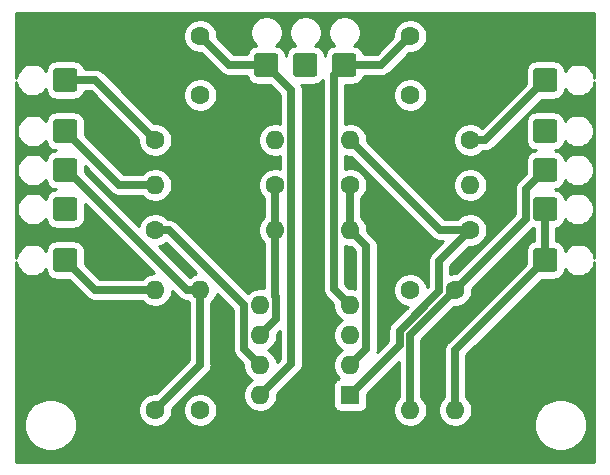
<source format=gtl>
%TF.GenerationSoftware,KiCad,Pcbnew,(5.1.8-0-10_14)*%
%TF.CreationDate,2021-06-26T19:08:16+01:00*%
%TF.ProjectId,cgs-attenuverter-board,6367732d-6174-4746-956e-757665727465,rev?*%
%TF.SameCoordinates,Original*%
%TF.FileFunction,Copper,L1,Top*%
%TF.FilePolarity,Positive*%
%FSLAX46Y46*%
G04 Gerber Fmt 4.6, Leading zero omitted, Abs format (unit mm)*
G04 Created by KiCad (PCBNEW (5.1.8-0-10_14)) date 2021-06-26 19:08:16*
%MOMM*%
%LPD*%
G01*
G04 APERTURE LIST*
%TA.AperFunction,ComponentPad*%
%ADD10O,1.600000X1.600000*%
%TD*%
%TA.AperFunction,ComponentPad*%
%ADD11R,1.600000X1.600000*%
%TD*%
%TA.AperFunction,ComponentPad*%
%ADD12C,1.600000*%
%TD*%
%TA.AperFunction,Conductor*%
%ADD13C,0.635000*%
%TD*%
%TA.AperFunction,NonConductor*%
%ADD14C,0.254000*%
%TD*%
%TA.AperFunction,NonConductor*%
%ADD15C,0.100000*%
%TD*%
G04 APERTURE END LIST*
D10*
%TO.P,U1,8*%
%TO.N,-12V*%
X148590000Y-120650000D03*
%TO.P,U1,4*%
%TO.N,+12V*%
X156210000Y-113030000D03*
%TO.P,U1,7*%
%TO.N,Net-(R10-Pad2)*%
X148590000Y-118110000D03*
%TO.P,U1,3*%
%TO.N,Net-(R1-Pad1)*%
X156210000Y-115570000D03*
%TO.P,U1,6*%
%TO.N,Net-(R6-Pad1)*%
X148590000Y-115570000D03*
%TO.P,U1,2*%
%TO.N,Net-(R5-Pad1)*%
X156210000Y-118110000D03*
%TO.P,U1,5*%
%TO.N,Net-(R2-Pad1)*%
X148590000Y-113030000D03*
D11*
%TO.P,U1,1*%
%TO.N,Net-(R7-Pad1)*%
X156210000Y-120650000D03*
%TD*%
%TO.P,RV2,3*%
%TO.N,GND*%
%TA.AperFunction,ComponentPad*%
G36*
G01*
X131318000Y-103886000D02*
X132842000Y-103886000D01*
G75*
G02*
X133096000Y-104140000I0J-254000D01*
G01*
X133096000Y-105664000D01*
G75*
G02*
X132842000Y-105918000I-254000J0D01*
G01*
X131318000Y-105918000D01*
G75*
G02*
X131064000Y-105664000I0J254000D01*
G01*
X131064000Y-104140000D01*
G75*
G02*
X131318000Y-103886000I254000J0D01*
G01*
G37*
%TD.AperFunction*%
%TO.P,RV2,1*%
%TO.N,Net-(J2-Pad1)*%
%TA.AperFunction,ComponentPad*%
G36*
G01*
X131318000Y-97282000D02*
X132842000Y-97282000D01*
G75*
G02*
X133096000Y-97536000I0J-254000D01*
G01*
X133096000Y-99060000D01*
G75*
G02*
X132842000Y-99314000I-254000J0D01*
G01*
X131318000Y-99314000D01*
G75*
G02*
X131064000Y-99060000I0J254000D01*
G01*
X131064000Y-97536000D01*
G75*
G02*
X131318000Y-97282000I254000J0D01*
G01*
G37*
%TD.AperFunction*%
%TO.P,RV2,2*%
%TO.N,Net-(R2-Pad1)*%
%TA.AperFunction,ComponentPad*%
G36*
G01*
X131318000Y-100584000D02*
X132842000Y-100584000D01*
G75*
G02*
X133096000Y-100838000I0J-254000D01*
G01*
X133096000Y-102362000D01*
G75*
G02*
X132842000Y-102616000I-254000J0D01*
G01*
X131318000Y-102616000D01*
G75*
G02*
X131064000Y-102362000I0J254000D01*
G01*
X131064000Y-100838000D01*
G75*
G02*
X131318000Y-100584000I254000J0D01*
G01*
G37*
%TD.AperFunction*%
%TD*%
%TO.P,RV1,3*%
%TO.N,GND*%
%TA.AperFunction,ComponentPad*%
G36*
G01*
X173482000Y-99314000D02*
X171958000Y-99314000D01*
G75*
G02*
X171704000Y-99060000I0J254000D01*
G01*
X171704000Y-97536000D01*
G75*
G02*
X171958000Y-97282000I254000J0D01*
G01*
X173482000Y-97282000D01*
G75*
G02*
X173736000Y-97536000I0J-254000D01*
G01*
X173736000Y-99060000D01*
G75*
G02*
X173482000Y-99314000I-254000J0D01*
G01*
G37*
%TD.AperFunction*%
%TO.P,RV1,1*%
%TO.N,Net-(J1-Pad1)*%
%TA.AperFunction,ComponentPad*%
G36*
G01*
X173482000Y-105918000D02*
X171958000Y-105918000D01*
G75*
G02*
X171704000Y-105664000I0J254000D01*
G01*
X171704000Y-104140000D01*
G75*
G02*
X171958000Y-103886000I254000J0D01*
G01*
X173482000Y-103886000D01*
G75*
G02*
X173736000Y-104140000I0J-254000D01*
G01*
X173736000Y-105664000D01*
G75*
G02*
X173482000Y-105918000I-254000J0D01*
G01*
G37*
%TD.AperFunction*%
%TO.P,RV1,2*%
%TO.N,Net-(R1-Pad1)*%
%TA.AperFunction,ComponentPad*%
G36*
G01*
X173482000Y-102616000D02*
X171958000Y-102616000D01*
G75*
G02*
X171704000Y-102362000I0J254000D01*
G01*
X171704000Y-100838000D01*
G75*
G02*
X171958000Y-100584000I254000J0D01*
G01*
X173482000Y-100584000D01*
G75*
G02*
X173736000Y-100838000I0J-254000D01*
G01*
X173736000Y-102362000D01*
G75*
G02*
X173482000Y-102616000I-254000J0D01*
G01*
G37*
%TD.AperFunction*%
%TD*%
D10*
%TO.P,R10,2*%
%TO.N,Net-(R10-Pad2)*%
X149860000Y-99060000D03*
D12*
%TO.P,R10,1*%
%TO.N,Net-(J4-Pad1)*%
X139700000Y-99060000D03*
%TD*%
D10*
%TO.P,R9,2*%
%TO.N,Net-(R7-Pad1)*%
X156210000Y-99060000D03*
D12*
%TO.P,R9,1*%
%TO.N,Net-(J3-Pad1)*%
X166370000Y-99060000D03*
%TD*%
D10*
%TO.P,R8,2*%
%TO.N,Net-(R6-Pad1)*%
X149860000Y-106680000D03*
D12*
%TO.P,R8,1*%
%TO.N,Net-(R10-Pad2)*%
X139700000Y-106680000D03*
%TD*%
D10*
%TO.P,R7,2*%
%TO.N,Net-(R5-Pad1)*%
X156210000Y-106680000D03*
D12*
%TO.P,R7,1*%
%TO.N,Net-(R7-Pad1)*%
X166370000Y-106680000D03*
%TD*%
D10*
%TO.P,R6,2*%
%TO.N,Net-(J2-Pad1)*%
X139700000Y-102870000D03*
D12*
%TO.P,R6,1*%
%TO.N,Net-(R6-Pad1)*%
X149860000Y-102870000D03*
%TD*%
D10*
%TO.P,R5,2*%
%TO.N,Net-(J1-Pad1)*%
X166370000Y-102870000D03*
D12*
%TO.P,R5,1*%
%TO.N,Net-(R5-Pad1)*%
X156210000Y-102870000D03*
%TD*%
D10*
%TO.P,R4,2*%
%TO.N,Net-(R2-Pad1)*%
X143510000Y-111760000D03*
D12*
%TO.P,R4,1*%
%TO.N,GND*%
X143510000Y-121920000D03*
%TD*%
D10*
%TO.P,R3,2*%
%TO.N,Net-(R1-Pad1)*%
X161290000Y-121920000D03*
D12*
%TO.P,R3,1*%
%TO.N,GND*%
X161290000Y-111760000D03*
%TD*%
D10*
%TO.P,R2,2*%
%TO.N,Net-(J2-Pad1)*%
X139700000Y-111760000D03*
D12*
%TO.P,R2,1*%
%TO.N,Net-(R2-Pad1)*%
X139700000Y-121920000D03*
%TD*%
D10*
%TO.P,R1,2*%
%TO.N,Net-(J1-Pad1)*%
X165100000Y-121920000D03*
D12*
%TO.P,R1,1*%
%TO.N,Net-(R1-Pad1)*%
X165100000Y-111760000D03*
%TD*%
%TO.P,J5,3*%
%TO.N,-12V*%
%TA.AperFunction,ComponentPad*%
G36*
G01*
X150114000Y-91948000D02*
X150114000Y-93472000D01*
G75*
G02*
X149860000Y-93726000I-254000J0D01*
G01*
X148336000Y-93726000D01*
G75*
G02*
X148082000Y-93472000I0J254000D01*
G01*
X148082000Y-91948000D01*
G75*
G02*
X148336000Y-91694000I254000J0D01*
G01*
X149860000Y-91694000D01*
G75*
G02*
X150114000Y-91948000I0J-254000D01*
G01*
G37*
%TD.AperFunction*%
%TO.P,J5,1*%
%TO.N,+12V*%
%TA.AperFunction,ComponentPad*%
G36*
G01*
X156718000Y-91948000D02*
X156718000Y-93472000D01*
G75*
G02*
X156464000Y-93726000I-254000J0D01*
G01*
X154940000Y-93726000D01*
G75*
G02*
X154686000Y-93472000I0J254000D01*
G01*
X154686000Y-91948000D01*
G75*
G02*
X154940000Y-91694000I254000J0D01*
G01*
X156464000Y-91694000D01*
G75*
G02*
X156718000Y-91948000I0J-254000D01*
G01*
G37*
%TD.AperFunction*%
%TO.P,J5,2*%
%TO.N,GND*%
%TA.AperFunction,ComponentPad*%
G36*
G01*
X153416000Y-91948000D02*
X153416000Y-93472000D01*
G75*
G02*
X153162000Y-93726000I-254000J0D01*
G01*
X151638000Y-93726000D01*
G75*
G02*
X151384000Y-93472000I0J254000D01*
G01*
X151384000Y-91948000D01*
G75*
G02*
X151638000Y-91694000I254000J0D01*
G01*
X153162000Y-91694000D01*
G75*
G02*
X153416000Y-91948000I0J-254000D01*
G01*
G37*
%TD.AperFunction*%
%TD*%
%TO.P,OUT2,1*%
%TO.N,Net-(J4-Pad1)*%
%TA.AperFunction,ComponentPad*%
G36*
G01*
X131318000Y-92964000D02*
X132842000Y-92964000D01*
G75*
G02*
X133096000Y-93218000I0J-254000D01*
G01*
X133096000Y-94742000D01*
G75*
G02*
X132842000Y-94996000I-254000J0D01*
G01*
X131318000Y-94996000D01*
G75*
G02*
X131064000Y-94742000I0J254000D01*
G01*
X131064000Y-93218000D01*
G75*
G02*
X131318000Y-92964000I254000J0D01*
G01*
G37*
%TD.AperFunction*%
%TD*%
%TO.P,OUT1,1*%
%TO.N,Net-(J3-Pad1)*%
%TA.AperFunction,ComponentPad*%
G36*
G01*
X173482000Y-94996000D02*
X171958000Y-94996000D01*
G75*
G02*
X171704000Y-94742000I0J254000D01*
G01*
X171704000Y-93218000D01*
G75*
G02*
X171958000Y-92964000I254000J0D01*
G01*
X173482000Y-92964000D01*
G75*
G02*
X173736000Y-93218000I0J-254000D01*
G01*
X173736000Y-94742000D01*
G75*
G02*
X173482000Y-94996000I-254000J0D01*
G01*
G37*
%TD.AperFunction*%
%TD*%
%TO.P,IN2,1*%
%TO.N,Net-(J2-Pad1)*%
%TA.AperFunction,ComponentPad*%
G36*
G01*
X131318000Y-108204000D02*
X132842000Y-108204000D01*
G75*
G02*
X133096000Y-108458000I0J-254000D01*
G01*
X133096000Y-109982000D01*
G75*
G02*
X132842000Y-110236000I-254000J0D01*
G01*
X131318000Y-110236000D01*
G75*
G02*
X131064000Y-109982000I0J254000D01*
G01*
X131064000Y-108458000D01*
G75*
G02*
X131318000Y-108204000I254000J0D01*
G01*
G37*
%TD.AperFunction*%
%TD*%
%TO.P,IN1,1*%
%TO.N,Net-(J1-Pad1)*%
%TA.AperFunction,ComponentPad*%
G36*
G01*
X173482000Y-110236000D02*
X171958000Y-110236000D01*
G75*
G02*
X171704000Y-109982000I0J254000D01*
G01*
X171704000Y-108458000D01*
G75*
G02*
X171958000Y-108204000I254000J0D01*
G01*
X173482000Y-108204000D01*
G75*
G02*
X173736000Y-108458000I0J-254000D01*
G01*
X173736000Y-109982000D01*
G75*
G02*
X173482000Y-110236000I-254000J0D01*
G01*
G37*
%TD.AperFunction*%
%TD*%
%TO.P,C2,2*%
%TO.N,-12V*%
X143510000Y-90250000D03*
%TO.P,C2,1*%
%TO.N,GND*%
X143510000Y-95250000D03*
%TD*%
%TO.P,C1,1*%
%TO.N,+12V*%
X161290000Y-90250000D03*
%TO.P,C1,2*%
%TO.N,GND*%
X161290000Y-95250000D03*
%TD*%
D13*
%TO.N,+12V*%
X154838499Y-111658499D02*
X156210000Y-113030000D01*
X154838499Y-93573501D02*
X154838499Y-111658499D01*
X155702000Y-92710000D02*
X154838499Y-93573501D01*
X158830000Y-92710000D02*
X161290000Y-90250000D01*
X155702000Y-92710000D02*
X158830000Y-92710000D01*
%TO.N,-12V*%
X151231501Y-94843501D02*
X151231501Y-118008499D01*
X151231501Y-118008499D02*
X148590000Y-120650000D01*
X149098000Y-92710000D02*
X151231501Y-94843501D01*
X145970000Y-92710000D02*
X143510000Y-90250000D01*
X149098000Y-92710000D02*
X145970000Y-92710000D01*
%TO.N,Net-(J1-Pad1)*%
X165100000Y-116840000D02*
X172720000Y-109220000D01*
X165100000Y-121920000D02*
X165100000Y-116840000D01*
X172720000Y-109220000D02*
X172720000Y-104902000D01*
%TO.N,Net-(J2-Pad1)*%
X134620000Y-111760000D02*
X132080000Y-109220000D01*
X139700000Y-111760000D02*
X134620000Y-111760000D01*
X136652000Y-102870000D02*
X132080000Y-98298000D01*
X139700000Y-102870000D02*
X136652000Y-102870000D01*
%TO.N,Net-(J3-Pad1)*%
X167640000Y-99060000D02*
X172720000Y-93980000D01*
X166370000Y-99060000D02*
X167640000Y-99060000D01*
%TO.N,Net-(J4-Pad1)*%
X134620000Y-93980000D02*
X139700000Y-99060000D01*
X132080000Y-93980000D02*
X134620000Y-93980000D01*
%TO.N,Net-(R1-Pad1)*%
X161290000Y-115570000D02*
X165100000Y-111760000D01*
X161290000Y-121920000D02*
X161290000Y-115570000D01*
X171132490Y-105727510D02*
X171132490Y-103187510D01*
X171132490Y-103187510D02*
X172720000Y-101600000D01*
X165100000Y-111760000D02*
X171132490Y-105727510D01*
%TO.N,Net-(R2-Pad1)*%
X143510000Y-118110000D02*
X139700000Y-121920000D01*
X143510000Y-111760000D02*
X143510000Y-118110000D01*
X132218630Y-101600000D02*
X132080000Y-101600000D01*
X142378630Y-111760000D02*
X132218630Y-101600000D01*
X143510000Y-111760000D02*
X142378630Y-111760000D01*
%TO.N,Net-(R5-Pad1)*%
X156210000Y-102870000D02*
X156210000Y-106680000D01*
X157581501Y-108051501D02*
X156210000Y-106680000D01*
X157581501Y-116738499D02*
X157581501Y-108051501D01*
X156210000Y-118110000D02*
X157581501Y-116738499D01*
%TO.N,Net-(R6-Pad1)*%
X149860000Y-102870000D02*
X149860000Y-106680000D01*
X149961501Y-114198499D02*
X148590000Y-115570000D01*
X149961501Y-112371679D02*
X149961501Y-114198499D01*
X149860000Y-112270178D02*
X149961501Y-112371679D01*
X149860000Y-106680000D02*
X149860000Y-112270178D01*
%TO.N,Net-(R7-Pad1)*%
X163728499Y-111874252D02*
X163728499Y-109321501D01*
X160400990Y-115201761D02*
X163728499Y-111874252D01*
X160400990Y-116459010D02*
X160400990Y-115201761D01*
X163728499Y-109321501D02*
X166370000Y-106680000D01*
X156210000Y-120650000D02*
X160400990Y-116459010D01*
X163830000Y-106680000D02*
X156210000Y-99060000D01*
X166370000Y-106680000D02*
X163830000Y-106680000D01*
%TO.N,Net-(R10-Pad2)*%
X140831370Y-106680000D02*
X139700000Y-106680000D01*
X147218499Y-113067129D02*
X140831370Y-106680000D01*
X147218499Y-116738499D02*
X147218499Y-113067129D01*
X148590000Y-118110000D02*
X147218499Y-116738499D01*
%TD*%
D14*
X153886000Y-111611704D02*
X153881391Y-111658499D01*
X153899782Y-111845221D01*
X153954248Y-112024768D01*
X154039870Y-112184956D01*
X154042694Y-112190240D01*
X154161722Y-112335277D01*
X154198064Y-112365102D01*
X154775000Y-112942038D01*
X154775000Y-113171335D01*
X154830147Y-113448574D01*
X154938320Y-113709727D01*
X155095363Y-113944759D01*
X155295241Y-114144637D01*
X155527759Y-114300000D01*
X155295241Y-114455363D01*
X155095363Y-114655241D01*
X154938320Y-114890273D01*
X154830147Y-115151426D01*
X154775000Y-115428665D01*
X154775000Y-115711335D01*
X154830147Y-115988574D01*
X154938320Y-116249727D01*
X155095363Y-116484759D01*
X155295241Y-116684637D01*
X155527759Y-116840000D01*
X155295241Y-116995363D01*
X155095363Y-117195241D01*
X154938320Y-117430273D01*
X154830147Y-117691426D01*
X154775000Y-117968665D01*
X154775000Y-118251335D01*
X154830147Y-118528574D01*
X154938320Y-118789727D01*
X155095363Y-119024759D01*
X155293961Y-119223357D01*
X155285518Y-119224188D01*
X155165820Y-119260498D01*
X155055506Y-119319463D01*
X154958815Y-119398815D01*
X154879463Y-119495506D01*
X154820498Y-119605820D01*
X154784188Y-119725518D01*
X154771928Y-119850000D01*
X154771928Y-121450000D01*
X154784188Y-121574482D01*
X154820498Y-121694180D01*
X154879463Y-121804494D01*
X154958815Y-121901185D01*
X155055506Y-121980537D01*
X155165820Y-122039502D01*
X155285518Y-122075812D01*
X155410000Y-122088072D01*
X157010000Y-122088072D01*
X157134482Y-122075812D01*
X157254180Y-122039502D01*
X157364494Y-121980537D01*
X157461185Y-121901185D01*
X157540537Y-121804494D01*
X157599502Y-121694180D01*
X157635812Y-121574482D01*
X157648072Y-121450000D01*
X157648072Y-120558966D01*
X160337501Y-117869538D01*
X160337500Y-120843104D01*
X160175363Y-121005241D01*
X160018320Y-121240273D01*
X159910147Y-121501426D01*
X159855000Y-121778665D01*
X159855000Y-122061335D01*
X159910147Y-122338574D01*
X160018320Y-122599727D01*
X160175363Y-122834759D01*
X160375241Y-123034637D01*
X160610273Y-123191680D01*
X160871426Y-123299853D01*
X161148665Y-123355000D01*
X161431335Y-123355000D01*
X161708574Y-123299853D01*
X161969727Y-123191680D01*
X162204759Y-123034637D01*
X162404637Y-122834759D01*
X162561680Y-122599727D01*
X162669853Y-122338574D01*
X162725000Y-122061335D01*
X162725000Y-121778665D01*
X162669853Y-121501426D01*
X162561680Y-121240273D01*
X162404637Y-121005241D01*
X162242500Y-120843104D01*
X162242500Y-115964538D01*
X165012038Y-113195000D01*
X165241335Y-113195000D01*
X165518574Y-113139853D01*
X165779727Y-113031680D01*
X166014759Y-112874637D01*
X166214637Y-112674759D01*
X166371680Y-112439727D01*
X166479853Y-112178574D01*
X166535000Y-111901335D01*
X166535000Y-111672038D01*
X171695073Y-106511966D01*
X171767501Y-106533937D01*
X171767500Y-107588064D01*
X171616619Y-107633833D01*
X171462391Y-107716269D01*
X171327210Y-107827210D01*
X171216269Y-107962391D01*
X171133833Y-108116619D01*
X171083069Y-108283965D01*
X171065928Y-108458000D01*
X171065928Y-109527034D01*
X164459565Y-116133397D01*
X164423223Y-116163222D01*
X164393399Y-116199563D01*
X164304194Y-116308260D01*
X164215749Y-116473731D01*
X164161283Y-116653278D01*
X164142892Y-116840000D01*
X164147501Y-116886795D01*
X164147500Y-120843104D01*
X163985363Y-121005241D01*
X163828320Y-121240273D01*
X163720147Y-121501426D01*
X163665000Y-121778665D01*
X163665000Y-122061335D01*
X163720147Y-122338574D01*
X163828320Y-122599727D01*
X163985363Y-122834759D01*
X164185241Y-123034637D01*
X164420273Y-123191680D01*
X164681426Y-123299853D01*
X164958665Y-123355000D01*
X165241335Y-123355000D01*
X165518574Y-123299853D01*
X165779727Y-123191680D01*
X166014759Y-123034637D01*
X166079524Y-122969872D01*
X171755000Y-122969872D01*
X171755000Y-123410128D01*
X171840890Y-123841925D01*
X172009369Y-124248669D01*
X172253962Y-124614729D01*
X172565271Y-124926038D01*
X172931331Y-125170631D01*
X173338075Y-125339110D01*
X173769872Y-125425000D01*
X174210128Y-125425000D01*
X174641925Y-125339110D01*
X175048669Y-125170631D01*
X175414729Y-124926038D01*
X175726038Y-124614729D01*
X175970631Y-124248669D01*
X176139110Y-123841925D01*
X176225000Y-123410128D01*
X176225000Y-122969872D01*
X176139110Y-122538075D01*
X175970631Y-122131331D01*
X175726038Y-121765271D01*
X175414729Y-121453962D01*
X175048669Y-121209369D01*
X174641925Y-121040890D01*
X174210128Y-120955000D01*
X173769872Y-120955000D01*
X173338075Y-121040890D01*
X172931331Y-121209369D01*
X172565271Y-121453962D01*
X172253962Y-121765271D01*
X172009369Y-122131331D01*
X171840890Y-122538075D01*
X171755000Y-122969872D01*
X166079524Y-122969872D01*
X166214637Y-122834759D01*
X166371680Y-122599727D01*
X166479853Y-122338574D01*
X166535000Y-122061335D01*
X166535000Y-121778665D01*
X166479853Y-121501426D01*
X166371680Y-121240273D01*
X166214637Y-121005241D01*
X166052500Y-120843104D01*
X166052500Y-117234538D01*
X172412966Y-110874072D01*
X173482000Y-110874072D01*
X173656035Y-110856931D01*
X173823381Y-110806167D01*
X173977609Y-110723731D01*
X174112790Y-110612790D01*
X174223731Y-110477609D01*
X174306167Y-110323381D01*
X174356931Y-110156035D01*
X174371934Y-110003710D01*
X174438201Y-110102886D01*
X174631114Y-110295799D01*
X174857957Y-110447371D01*
X175110011Y-110551775D01*
X175377589Y-110605000D01*
X175650411Y-110605000D01*
X175917989Y-110551775D01*
X176170043Y-110447371D01*
X176396886Y-110295799D01*
X176589799Y-110102886D01*
X176741371Y-109876043D01*
X176845775Y-109623989D01*
X176886000Y-109421766D01*
X176886000Y-126205723D01*
X176880953Y-126257195D01*
X176875377Y-126275663D01*
X176866322Y-126292693D01*
X176854129Y-126307643D01*
X176839266Y-126319939D01*
X176822303Y-126329111D01*
X176803871Y-126334817D01*
X176754554Y-126340000D01*
X128048277Y-126340000D01*
X127996805Y-126334953D01*
X127978337Y-126329377D01*
X127961307Y-126320322D01*
X127946357Y-126308129D01*
X127934061Y-126293266D01*
X127924889Y-126276303D01*
X127919183Y-126257871D01*
X127914000Y-126208554D01*
X127914000Y-122969872D01*
X128575000Y-122969872D01*
X128575000Y-123410128D01*
X128660890Y-123841925D01*
X128829369Y-124248669D01*
X129073962Y-124614729D01*
X129385271Y-124926038D01*
X129751331Y-125170631D01*
X130158075Y-125339110D01*
X130589872Y-125425000D01*
X131030128Y-125425000D01*
X131461925Y-125339110D01*
X131868669Y-125170631D01*
X132234729Y-124926038D01*
X132546038Y-124614729D01*
X132790631Y-124248669D01*
X132959110Y-123841925D01*
X133045000Y-123410128D01*
X133045000Y-122969872D01*
X132959110Y-122538075D01*
X132790631Y-122131331D01*
X132546038Y-121765271D01*
X132234729Y-121453962D01*
X131868669Y-121209369D01*
X131461925Y-121040890D01*
X131030128Y-120955000D01*
X130589872Y-120955000D01*
X130158075Y-121040890D01*
X129751331Y-121209369D01*
X129385271Y-121453962D01*
X129073962Y-121765271D01*
X128829369Y-122131331D01*
X128660890Y-122538075D01*
X128575000Y-122969872D01*
X127914000Y-122969872D01*
X127914000Y-109421766D01*
X127954225Y-109623989D01*
X128058629Y-109876043D01*
X128210201Y-110102886D01*
X128403114Y-110295799D01*
X128629957Y-110447371D01*
X128882011Y-110551775D01*
X129149589Y-110605000D01*
X129422411Y-110605000D01*
X129689989Y-110551775D01*
X129942043Y-110447371D01*
X130168886Y-110295799D01*
X130361799Y-110102886D01*
X130428066Y-110003710D01*
X130443069Y-110156035D01*
X130493833Y-110323381D01*
X130576269Y-110477609D01*
X130687210Y-110612790D01*
X130822391Y-110723731D01*
X130976619Y-110806167D01*
X131143965Y-110856931D01*
X131318000Y-110874072D01*
X132387034Y-110874072D01*
X133913393Y-112400431D01*
X133943222Y-112436778D01*
X134088259Y-112555806D01*
X134253731Y-112644252D01*
X134433277Y-112698717D01*
X134619999Y-112717108D01*
X134666784Y-112712500D01*
X138623104Y-112712500D01*
X138785241Y-112874637D01*
X139020273Y-113031680D01*
X139281426Y-113139853D01*
X139558665Y-113195000D01*
X139841335Y-113195000D01*
X140118574Y-113139853D01*
X140379727Y-113031680D01*
X140614759Y-112874637D01*
X140814637Y-112674759D01*
X140971680Y-112439727D01*
X141079853Y-112178574D01*
X141135000Y-111901335D01*
X141135000Y-111863409D01*
X141672027Y-112400436D01*
X141701852Y-112436778D01*
X141846889Y-112555806D01*
X141924362Y-112597216D01*
X142012360Y-112644252D01*
X142191907Y-112698717D01*
X142378630Y-112717108D01*
X142425415Y-112712500D01*
X142433104Y-112712500D01*
X142557500Y-112836896D01*
X142557501Y-117715461D01*
X139787962Y-120485000D01*
X139558665Y-120485000D01*
X139281426Y-120540147D01*
X139020273Y-120648320D01*
X138785241Y-120805363D01*
X138585363Y-121005241D01*
X138428320Y-121240273D01*
X138320147Y-121501426D01*
X138265000Y-121778665D01*
X138265000Y-122061335D01*
X138320147Y-122338574D01*
X138428320Y-122599727D01*
X138585363Y-122834759D01*
X138785241Y-123034637D01*
X139020273Y-123191680D01*
X139281426Y-123299853D01*
X139558665Y-123355000D01*
X139841335Y-123355000D01*
X140118574Y-123299853D01*
X140379727Y-123191680D01*
X140614759Y-123034637D01*
X140814637Y-122834759D01*
X140971680Y-122599727D01*
X141079853Y-122338574D01*
X141135000Y-122061335D01*
X141135000Y-121832038D01*
X141188373Y-121778665D01*
X142075000Y-121778665D01*
X142075000Y-122061335D01*
X142130147Y-122338574D01*
X142238320Y-122599727D01*
X142395363Y-122834759D01*
X142595241Y-123034637D01*
X142830273Y-123191680D01*
X143091426Y-123299853D01*
X143368665Y-123355000D01*
X143651335Y-123355000D01*
X143928574Y-123299853D01*
X144189727Y-123191680D01*
X144424759Y-123034637D01*
X144624637Y-122834759D01*
X144781680Y-122599727D01*
X144889853Y-122338574D01*
X144945000Y-122061335D01*
X144945000Y-121778665D01*
X144889853Y-121501426D01*
X144781680Y-121240273D01*
X144624637Y-121005241D01*
X144424759Y-120805363D01*
X144189727Y-120648320D01*
X143928574Y-120540147D01*
X143651335Y-120485000D01*
X143368665Y-120485000D01*
X143091426Y-120540147D01*
X142830273Y-120648320D01*
X142595241Y-120805363D01*
X142395363Y-121005241D01*
X142238320Y-121240273D01*
X142130147Y-121501426D01*
X142075000Y-121778665D01*
X141188373Y-121778665D01*
X144150431Y-118816607D01*
X144186778Y-118786778D01*
X144305806Y-118641741D01*
X144366295Y-118528574D01*
X144394252Y-118476270D01*
X144448717Y-118296722D01*
X144467108Y-118110000D01*
X144462500Y-118063215D01*
X144462500Y-112836896D01*
X144624637Y-112674759D01*
X144781680Y-112439727D01*
X144889853Y-112178574D01*
X144905292Y-112100960D01*
X146266000Y-113461668D01*
X146265999Y-116691714D01*
X146261391Y-116738499D01*
X146265999Y-116785283D01*
X146279782Y-116925221D01*
X146334247Y-117104767D01*
X146422693Y-117270240D01*
X146541721Y-117415277D01*
X146578068Y-117445106D01*
X147155000Y-118022038D01*
X147155000Y-118251335D01*
X147210147Y-118528574D01*
X147318320Y-118789727D01*
X147475363Y-119024759D01*
X147675241Y-119224637D01*
X147907759Y-119380000D01*
X147675241Y-119535363D01*
X147475363Y-119735241D01*
X147318320Y-119970273D01*
X147210147Y-120231426D01*
X147155000Y-120508665D01*
X147155000Y-120791335D01*
X147210147Y-121068574D01*
X147318320Y-121329727D01*
X147475363Y-121564759D01*
X147675241Y-121764637D01*
X147910273Y-121921680D01*
X148171426Y-122029853D01*
X148448665Y-122085000D01*
X148731335Y-122085000D01*
X149008574Y-122029853D01*
X149269727Y-121921680D01*
X149504759Y-121764637D01*
X149704637Y-121564759D01*
X149861680Y-121329727D01*
X149969853Y-121068574D01*
X150025000Y-120791335D01*
X150025000Y-120562038D01*
X151871932Y-118715106D01*
X151908279Y-118685277D01*
X152027307Y-118540240D01*
X152115753Y-118374768D01*
X152170218Y-118195222D01*
X152184001Y-118055284D01*
X152188609Y-118008499D01*
X152184001Y-117961714D01*
X152184001Y-94890285D01*
X152188609Y-94843500D01*
X152170218Y-94656778D01*
X152143977Y-94570273D01*
X152115753Y-94477232D01*
X152055268Y-94364072D01*
X153162000Y-94364072D01*
X153336035Y-94346931D01*
X153503381Y-94296167D01*
X153657609Y-94213731D01*
X153792790Y-94102790D01*
X153885999Y-93989215D01*
X153886000Y-111611704D01*
%TA.AperFunction,NonConductor*%
D15*
G36*
X153886000Y-111611704D02*
G01*
X153881391Y-111658499D01*
X153899782Y-111845221D01*
X153954248Y-112024768D01*
X154039870Y-112184956D01*
X154042694Y-112190240D01*
X154161722Y-112335277D01*
X154198064Y-112365102D01*
X154775000Y-112942038D01*
X154775000Y-113171335D01*
X154830147Y-113448574D01*
X154938320Y-113709727D01*
X155095363Y-113944759D01*
X155295241Y-114144637D01*
X155527759Y-114300000D01*
X155295241Y-114455363D01*
X155095363Y-114655241D01*
X154938320Y-114890273D01*
X154830147Y-115151426D01*
X154775000Y-115428665D01*
X154775000Y-115711335D01*
X154830147Y-115988574D01*
X154938320Y-116249727D01*
X155095363Y-116484759D01*
X155295241Y-116684637D01*
X155527759Y-116840000D01*
X155295241Y-116995363D01*
X155095363Y-117195241D01*
X154938320Y-117430273D01*
X154830147Y-117691426D01*
X154775000Y-117968665D01*
X154775000Y-118251335D01*
X154830147Y-118528574D01*
X154938320Y-118789727D01*
X155095363Y-119024759D01*
X155293961Y-119223357D01*
X155285518Y-119224188D01*
X155165820Y-119260498D01*
X155055506Y-119319463D01*
X154958815Y-119398815D01*
X154879463Y-119495506D01*
X154820498Y-119605820D01*
X154784188Y-119725518D01*
X154771928Y-119850000D01*
X154771928Y-121450000D01*
X154784188Y-121574482D01*
X154820498Y-121694180D01*
X154879463Y-121804494D01*
X154958815Y-121901185D01*
X155055506Y-121980537D01*
X155165820Y-122039502D01*
X155285518Y-122075812D01*
X155410000Y-122088072D01*
X157010000Y-122088072D01*
X157134482Y-122075812D01*
X157254180Y-122039502D01*
X157364494Y-121980537D01*
X157461185Y-121901185D01*
X157540537Y-121804494D01*
X157599502Y-121694180D01*
X157635812Y-121574482D01*
X157648072Y-121450000D01*
X157648072Y-120558966D01*
X160337501Y-117869538D01*
X160337500Y-120843104D01*
X160175363Y-121005241D01*
X160018320Y-121240273D01*
X159910147Y-121501426D01*
X159855000Y-121778665D01*
X159855000Y-122061335D01*
X159910147Y-122338574D01*
X160018320Y-122599727D01*
X160175363Y-122834759D01*
X160375241Y-123034637D01*
X160610273Y-123191680D01*
X160871426Y-123299853D01*
X161148665Y-123355000D01*
X161431335Y-123355000D01*
X161708574Y-123299853D01*
X161969727Y-123191680D01*
X162204759Y-123034637D01*
X162404637Y-122834759D01*
X162561680Y-122599727D01*
X162669853Y-122338574D01*
X162725000Y-122061335D01*
X162725000Y-121778665D01*
X162669853Y-121501426D01*
X162561680Y-121240273D01*
X162404637Y-121005241D01*
X162242500Y-120843104D01*
X162242500Y-115964538D01*
X165012038Y-113195000D01*
X165241335Y-113195000D01*
X165518574Y-113139853D01*
X165779727Y-113031680D01*
X166014759Y-112874637D01*
X166214637Y-112674759D01*
X166371680Y-112439727D01*
X166479853Y-112178574D01*
X166535000Y-111901335D01*
X166535000Y-111672038D01*
X171695073Y-106511966D01*
X171767501Y-106533937D01*
X171767500Y-107588064D01*
X171616619Y-107633833D01*
X171462391Y-107716269D01*
X171327210Y-107827210D01*
X171216269Y-107962391D01*
X171133833Y-108116619D01*
X171083069Y-108283965D01*
X171065928Y-108458000D01*
X171065928Y-109527034D01*
X164459565Y-116133397D01*
X164423223Y-116163222D01*
X164393399Y-116199563D01*
X164304194Y-116308260D01*
X164215749Y-116473731D01*
X164161283Y-116653278D01*
X164142892Y-116840000D01*
X164147501Y-116886795D01*
X164147500Y-120843104D01*
X163985363Y-121005241D01*
X163828320Y-121240273D01*
X163720147Y-121501426D01*
X163665000Y-121778665D01*
X163665000Y-122061335D01*
X163720147Y-122338574D01*
X163828320Y-122599727D01*
X163985363Y-122834759D01*
X164185241Y-123034637D01*
X164420273Y-123191680D01*
X164681426Y-123299853D01*
X164958665Y-123355000D01*
X165241335Y-123355000D01*
X165518574Y-123299853D01*
X165779727Y-123191680D01*
X166014759Y-123034637D01*
X166079524Y-122969872D01*
X171755000Y-122969872D01*
X171755000Y-123410128D01*
X171840890Y-123841925D01*
X172009369Y-124248669D01*
X172253962Y-124614729D01*
X172565271Y-124926038D01*
X172931331Y-125170631D01*
X173338075Y-125339110D01*
X173769872Y-125425000D01*
X174210128Y-125425000D01*
X174641925Y-125339110D01*
X175048669Y-125170631D01*
X175414729Y-124926038D01*
X175726038Y-124614729D01*
X175970631Y-124248669D01*
X176139110Y-123841925D01*
X176225000Y-123410128D01*
X176225000Y-122969872D01*
X176139110Y-122538075D01*
X175970631Y-122131331D01*
X175726038Y-121765271D01*
X175414729Y-121453962D01*
X175048669Y-121209369D01*
X174641925Y-121040890D01*
X174210128Y-120955000D01*
X173769872Y-120955000D01*
X173338075Y-121040890D01*
X172931331Y-121209369D01*
X172565271Y-121453962D01*
X172253962Y-121765271D01*
X172009369Y-122131331D01*
X171840890Y-122538075D01*
X171755000Y-122969872D01*
X166079524Y-122969872D01*
X166214637Y-122834759D01*
X166371680Y-122599727D01*
X166479853Y-122338574D01*
X166535000Y-122061335D01*
X166535000Y-121778665D01*
X166479853Y-121501426D01*
X166371680Y-121240273D01*
X166214637Y-121005241D01*
X166052500Y-120843104D01*
X166052500Y-117234538D01*
X172412966Y-110874072D01*
X173482000Y-110874072D01*
X173656035Y-110856931D01*
X173823381Y-110806167D01*
X173977609Y-110723731D01*
X174112790Y-110612790D01*
X174223731Y-110477609D01*
X174306167Y-110323381D01*
X174356931Y-110156035D01*
X174371934Y-110003710D01*
X174438201Y-110102886D01*
X174631114Y-110295799D01*
X174857957Y-110447371D01*
X175110011Y-110551775D01*
X175377589Y-110605000D01*
X175650411Y-110605000D01*
X175917989Y-110551775D01*
X176170043Y-110447371D01*
X176396886Y-110295799D01*
X176589799Y-110102886D01*
X176741371Y-109876043D01*
X176845775Y-109623989D01*
X176886000Y-109421766D01*
X176886000Y-126205723D01*
X176880953Y-126257195D01*
X176875377Y-126275663D01*
X176866322Y-126292693D01*
X176854129Y-126307643D01*
X176839266Y-126319939D01*
X176822303Y-126329111D01*
X176803871Y-126334817D01*
X176754554Y-126340000D01*
X128048277Y-126340000D01*
X127996805Y-126334953D01*
X127978337Y-126329377D01*
X127961307Y-126320322D01*
X127946357Y-126308129D01*
X127934061Y-126293266D01*
X127924889Y-126276303D01*
X127919183Y-126257871D01*
X127914000Y-126208554D01*
X127914000Y-122969872D01*
X128575000Y-122969872D01*
X128575000Y-123410128D01*
X128660890Y-123841925D01*
X128829369Y-124248669D01*
X129073962Y-124614729D01*
X129385271Y-124926038D01*
X129751331Y-125170631D01*
X130158075Y-125339110D01*
X130589872Y-125425000D01*
X131030128Y-125425000D01*
X131461925Y-125339110D01*
X131868669Y-125170631D01*
X132234729Y-124926038D01*
X132546038Y-124614729D01*
X132790631Y-124248669D01*
X132959110Y-123841925D01*
X133045000Y-123410128D01*
X133045000Y-122969872D01*
X132959110Y-122538075D01*
X132790631Y-122131331D01*
X132546038Y-121765271D01*
X132234729Y-121453962D01*
X131868669Y-121209369D01*
X131461925Y-121040890D01*
X131030128Y-120955000D01*
X130589872Y-120955000D01*
X130158075Y-121040890D01*
X129751331Y-121209369D01*
X129385271Y-121453962D01*
X129073962Y-121765271D01*
X128829369Y-122131331D01*
X128660890Y-122538075D01*
X128575000Y-122969872D01*
X127914000Y-122969872D01*
X127914000Y-109421766D01*
X127954225Y-109623989D01*
X128058629Y-109876043D01*
X128210201Y-110102886D01*
X128403114Y-110295799D01*
X128629957Y-110447371D01*
X128882011Y-110551775D01*
X129149589Y-110605000D01*
X129422411Y-110605000D01*
X129689989Y-110551775D01*
X129942043Y-110447371D01*
X130168886Y-110295799D01*
X130361799Y-110102886D01*
X130428066Y-110003710D01*
X130443069Y-110156035D01*
X130493833Y-110323381D01*
X130576269Y-110477609D01*
X130687210Y-110612790D01*
X130822391Y-110723731D01*
X130976619Y-110806167D01*
X131143965Y-110856931D01*
X131318000Y-110874072D01*
X132387034Y-110874072D01*
X133913393Y-112400431D01*
X133943222Y-112436778D01*
X134088259Y-112555806D01*
X134253731Y-112644252D01*
X134433277Y-112698717D01*
X134619999Y-112717108D01*
X134666784Y-112712500D01*
X138623104Y-112712500D01*
X138785241Y-112874637D01*
X139020273Y-113031680D01*
X139281426Y-113139853D01*
X139558665Y-113195000D01*
X139841335Y-113195000D01*
X140118574Y-113139853D01*
X140379727Y-113031680D01*
X140614759Y-112874637D01*
X140814637Y-112674759D01*
X140971680Y-112439727D01*
X141079853Y-112178574D01*
X141135000Y-111901335D01*
X141135000Y-111863409D01*
X141672027Y-112400436D01*
X141701852Y-112436778D01*
X141846889Y-112555806D01*
X141924362Y-112597216D01*
X142012360Y-112644252D01*
X142191907Y-112698717D01*
X142378630Y-112717108D01*
X142425415Y-112712500D01*
X142433104Y-112712500D01*
X142557500Y-112836896D01*
X142557501Y-117715461D01*
X139787962Y-120485000D01*
X139558665Y-120485000D01*
X139281426Y-120540147D01*
X139020273Y-120648320D01*
X138785241Y-120805363D01*
X138585363Y-121005241D01*
X138428320Y-121240273D01*
X138320147Y-121501426D01*
X138265000Y-121778665D01*
X138265000Y-122061335D01*
X138320147Y-122338574D01*
X138428320Y-122599727D01*
X138585363Y-122834759D01*
X138785241Y-123034637D01*
X139020273Y-123191680D01*
X139281426Y-123299853D01*
X139558665Y-123355000D01*
X139841335Y-123355000D01*
X140118574Y-123299853D01*
X140379727Y-123191680D01*
X140614759Y-123034637D01*
X140814637Y-122834759D01*
X140971680Y-122599727D01*
X141079853Y-122338574D01*
X141135000Y-122061335D01*
X141135000Y-121832038D01*
X141188373Y-121778665D01*
X142075000Y-121778665D01*
X142075000Y-122061335D01*
X142130147Y-122338574D01*
X142238320Y-122599727D01*
X142395363Y-122834759D01*
X142595241Y-123034637D01*
X142830273Y-123191680D01*
X143091426Y-123299853D01*
X143368665Y-123355000D01*
X143651335Y-123355000D01*
X143928574Y-123299853D01*
X144189727Y-123191680D01*
X144424759Y-123034637D01*
X144624637Y-122834759D01*
X144781680Y-122599727D01*
X144889853Y-122338574D01*
X144945000Y-122061335D01*
X144945000Y-121778665D01*
X144889853Y-121501426D01*
X144781680Y-121240273D01*
X144624637Y-121005241D01*
X144424759Y-120805363D01*
X144189727Y-120648320D01*
X143928574Y-120540147D01*
X143651335Y-120485000D01*
X143368665Y-120485000D01*
X143091426Y-120540147D01*
X142830273Y-120648320D01*
X142595241Y-120805363D01*
X142395363Y-121005241D01*
X142238320Y-121240273D01*
X142130147Y-121501426D01*
X142075000Y-121778665D01*
X141188373Y-121778665D01*
X144150431Y-118816607D01*
X144186778Y-118786778D01*
X144305806Y-118641741D01*
X144366295Y-118528574D01*
X144394252Y-118476270D01*
X144448717Y-118296722D01*
X144467108Y-118110000D01*
X144462500Y-118063215D01*
X144462500Y-112836896D01*
X144624637Y-112674759D01*
X144781680Y-112439727D01*
X144889853Y-112178574D01*
X144905292Y-112100960D01*
X146266000Y-113461668D01*
X146265999Y-116691714D01*
X146261391Y-116738499D01*
X146265999Y-116785283D01*
X146279782Y-116925221D01*
X146334247Y-117104767D01*
X146422693Y-117270240D01*
X146541721Y-117415277D01*
X146578068Y-117445106D01*
X147155000Y-118022038D01*
X147155000Y-118251335D01*
X147210147Y-118528574D01*
X147318320Y-118789727D01*
X147475363Y-119024759D01*
X147675241Y-119224637D01*
X147907759Y-119380000D01*
X147675241Y-119535363D01*
X147475363Y-119735241D01*
X147318320Y-119970273D01*
X147210147Y-120231426D01*
X147155000Y-120508665D01*
X147155000Y-120791335D01*
X147210147Y-121068574D01*
X147318320Y-121329727D01*
X147475363Y-121564759D01*
X147675241Y-121764637D01*
X147910273Y-121921680D01*
X148171426Y-122029853D01*
X148448665Y-122085000D01*
X148731335Y-122085000D01*
X149008574Y-122029853D01*
X149269727Y-121921680D01*
X149504759Y-121764637D01*
X149704637Y-121564759D01*
X149861680Y-121329727D01*
X149969853Y-121068574D01*
X150025000Y-120791335D01*
X150025000Y-120562038D01*
X151871932Y-118715106D01*
X151908279Y-118685277D01*
X152027307Y-118540240D01*
X152115753Y-118374768D01*
X152170218Y-118195222D01*
X152184001Y-118055284D01*
X152188609Y-118008499D01*
X152184001Y-117961714D01*
X152184001Y-94890285D01*
X152188609Y-94843500D01*
X152170218Y-94656778D01*
X152143977Y-94570273D01*
X152115753Y-94477232D01*
X152055268Y-94364072D01*
X153162000Y-94364072D01*
X153336035Y-94346931D01*
X153503381Y-94296167D01*
X153657609Y-94213731D01*
X153792790Y-94102790D01*
X153885999Y-93989215D01*
X153886000Y-111611704D01*
G37*
%TD.AperFunction*%
D14*
X150279002Y-117613960D02*
X150008292Y-117884670D01*
X149969853Y-117691426D01*
X149861680Y-117430273D01*
X149704637Y-117195241D01*
X149504759Y-116995363D01*
X149272241Y-116840000D01*
X149504759Y-116684637D01*
X149704637Y-116484759D01*
X149861680Y-116249727D01*
X149969853Y-115988574D01*
X150025000Y-115711335D01*
X150025000Y-115482038D01*
X150279002Y-115228036D01*
X150279002Y-117613960D01*
%TA.AperFunction,NonConductor*%
D15*
G36*
X150279002Y-117613960D02*
G01*
X150008292Y-117884670D01*
X149969853Y-117691426D01*
X149861680Y-117430273D01*
X149704637Y-117195241D01*
X149504759Y-116995363D01*
X149272241Y-116840000D01*
X149504759Y-116684637D01*
X149704637Y-116484759D01*
X149861680Y-116249727D01*
X149969853Y-115988574D01*
X150025000Y-115711335D01*
X150025000Y-115482038D01*
X150279002Y-115228036D01*
X150279002Y-117613960D01*
G37*
%TD.AperFunction*%
D14*
X155791426Y-100439853D02*
X156068665Y-100495000D01*
X156297962Y-100495000D01*
X163123393Y-107320431D01*
X163153222Y-107356778D01*
X163298259Y-107475806D01*
X163463731Y-107564252D01*
X163643277Y-107618717D01*
X163829999Y-107637108D01*
X163876784Y-107632500D01*
X164070462Y-107632500D01*
X163088064Y-108614898D01*
X163051722Y-108644723D01*
X163021898Y-108681064D01*
X162932693Y-108789761D01*
X162844248Y-108955232D01*
X162789782Y-109134779D01*
X162771391Y-109321501D01*
X162776000Y-109368295D01*
X162775999Y-111479714D01*
X162710408Y-111545305D01*
X162669853Y-111341426D01*
X162561680Y-111080273D01*
X162404637Y-110845241D01*
X162204759Y-110645363D01*
X161969727Y-110488320D01*
X161708574Y-110380147D01*
X161431335Y-110325000D01*
X161148665Y-110325000D01*
X160871426Y-110380147D01*
X160610273Y-110488320D01*
X160375241Y-110645363D01*
X160175363Y-110845241D01*
X160018320Y-111080273D01*
X159910147Y-111341426D01*
X159855000Y-111618665D01*
X159855000Y-111901335D01*
X159910147Y-112178574D01*
X160018320Y-112439727D01*
X160175363Y-112674759D01*
X160375241Y-112874637D01*
X160610273Y-113031680D01*
X160871426Y-113139853D01*
X161075305Y-113180408D01*
X159760555Y-114495158D01*
X159724213Y-114524983D01*
X159694389Y-114561324D01*
X159605184Y-114670021D01*
X159516739Y-114835492D01*
X159462273Y-115015039D01*
X159443882Y-115201761D01*
X159448491Y-115248555D01*
X159448490Y-116064471D01*
X158490817Y-117022145D01*
X158520218Y-116925222D01*
X158534001Y-116785284D01*
X158534001Y-116785283D01*
X158538609Y-116738500D01*
X158534001Y-116691715D01*
X158534001Y-108098285D01*
X158538609Y-108051500D01*
X158520218Y-107864778D01*
X158498941Y-107794637D01*
X158465753Y-107685232D01*
X158377307Y-107519760D01*
X158258279Y-107374723D01*
X158221932Y-107344894D01*
X157645000Y-106767962D01*
X157645000Y-106538665D01*
X157589853Y-106261426D01*
X157481680Y-106000273D01*
X157324637Y-105765241D01*
X157162500Y-105603104D01*
X157162500Y-103946896D01*
X157324637Y-103784759D01*
X157481680Y-103549727D01*
X157589853Y-103288574D01*
X157645000Y-103011335D01*
X157645000Y-102728665D01*
X157589853Y-102451426D01*
X157481680Y-102190273D01*
X157324637Y-101955241D01*
X157124759Y-101755363D01*
X156889727Y-101598320D01*
X156628574Y-101490147D01*
X156351335Y-101435000D01*
X156068665Y-101435000D01*
X155791426Y-101490147D01*
X155790999Y-101490324D01*
X155790999Y-100439676D01*
X155791426Y-100439853D01*
%TA.AperFunction,NonConductor*%
D15*
G36*
X155791426Y-100439853D02*
G01*
X156068665Y-100495000D01*
X156297962Y-100495000D01*
X163123393Y-107320431D01*
X163153222Y-107356778D01*
X163298259Y-107475806D01*
X163463731Y-107564252D01*
X163643277Y-107618717D01*
X163829999Y-107637108D01*
X163876784Y-107632500D01*
X164070462Y-107632500D01*
X163088064Y-108614898D01*
X163051722Y-108644723D01*
X163021898Y-108681064D01*
X162932693Y-108789761D01*
X162844248Y-108955232D01*
X162789782Y-109134779D01*
X162771391Y-109321501D01*
X162776000Y-109368295D01*
X162775999Y-111479714D01*
X162710408Y-111545305D01*
X162669853Y-111341426D01*
X162561680Y-111080273D01*
X162404637Y-110845241D01*
X162204759Y-110645363D01*
X161969727Y-110488320D01*
X161708574Y-110380147D01*
X161431335Y-110325000D01*
X161148665Y-110325000D01*
X160871426Y-110380147D01*
X160610273Y-110488320D01*
X160375241Y-110645363D01*
X160175363Y-110845241D01*
X160018320Y-111080273D01*
X159910147Y-111341426D01*
X159855000Y-111618665D01*
X159855000Y-111901335D01*
X159910147Y-112178574D01*
X160018320Y-112439727D01*
X160175363Y-112674759D01*
X160375241Y-112874637D01*
X160610273Y-113031680D01*
X160871426Y-113139853D01*
X161075305Y-113180408D01*
X159760555Y-114495158D01*
X159724213Y-114524983D01*
X159694389Y-114561324D01*
X159605184Y-114670021D01*
X159516739Y-114835492D01*
X159462273Y-115015039D01*
X159443882Y-115201761D01*
X159448491Y-115248555D01*
X159448490Y-116064471D01*
X158490817Y-117022145D01*
X158520218Y-116925222D01*
X158534001Y-116785284D01*
X158534001Y-116785283D01*
X158538609Y-116738500D01*
X158534001Y-116691715D01*
X158534001Y-108098285D01*
X158538609Y-108051500D01*
X158520218Y-107864778D01*
X158498941Y-107794637D01*
X158465753Y-107685232D01*
X158377307Y-107519760D01*
X158258279Y-107374723D01*
X158221932Y-107344894D01*
X157645000Y-106767962D01*
X157645000Y-106538665D01*
X157589853Y-106261426D01*
X157481680Y-106000273D01*
X157324637Y-105765241D01*
X157162500Y-105603104D01*
X157162500Y-103946896D01*
X157324637Y-103784759D01*
X157481680Y-103549727D01*
X157589853Y-103288574D01*
X157645000Y-103011335D01*
X157645000Y-102728665D01*
X157589853Y-102451426D01*
X157481680Y-102190273D01*
X157324637Y-101955241D01*
X157124759Y-101755363D01*
X156889727Y-101598320D01*
X156628574Y-101490147D01*
X156351335Y-101435000D01*
X156068665Y-101435000D01*
X155791426Y-101490147D01*
X155790999Y-101490324D01*
X155790999Y-100439676D01*
X155791426Y-100439853D01*
G37*
%TD.AperFunction*%
D14*
X176803197Y-88295047D02*
X176821662Y-88300622D01*
X176838694Y-88309678D01*
X176853643Y-88321870D01*
X176865938Y-88336732D01*
X176875111Y-88353696D01*
X176880817Y-88372129D01*
X176886001Y-88421455D01*
X176886001Y-93778238D01*
X176845775Y-93576011D01*
X176741371Y-93323957D01*
X176589799Y-93097114D01*
X176396886Y-92904201D01*
X176170043Y-92752629D01*
X175917989Y-92648225D01*
X175650411Y-92595000D01*
X175377589Y-92595000D01*
X175110011Y-92648225D01*
X174857957Y-92752629D01*
X174631114Y-92904201D01*
X174438201Y-93097114D01*
X174371934Y-93196290D01*
X174356931Y-93043965D01*
X174306167Y-92876619D01*
X174223731Y-92722391D01*
X174112790Y-92587210D01*
X173977609Y-92476269D01*
X173823381Y-92393833D01*
X173656035Y-92343069D01*
X173482000Y-92325928D01*
X171958000Y-92325928D01*
X171783965Y-92343069D01*
X171616619Y-92393833D01*
X171462391Y-92476269D01*
X171327210Y-92587210D01*
X171216269Y-92722391D01*
X171133833Y-92876619D01*
X171083069Y-93043965D01*
X171065928Y-93218000D01*
X171065928Y-94287033D01*
X167346179Y-98006783D01*
X167284759Y-97945363D01*
X167049727Y-97788320D01*
X166788574Y-97680147D01*
X166511335Y-97625000D01*
X166228665Y-97625000D01*
X165951426Y-97680147D01*
X165690273Y-97788320D01*
X165455241Y-97945363D01*
X165255363Y-98145241D01*
X165098320Y-98380273D01*
X164990147Y-98641426D01*
X164935000Y-98918665D01*
X164935000Y-99201335D01*
X164990147Y-99478574D01*
X165098320Y-99739727D01*
X165255363Y-99974759D01*
X165455241Y-100174637D01*
X165690273Y-100331680D01*
X165951426Y-100439853D01*
X166228665Y-100495000D01*
X166511335Y-100495000D01*
X166788574Y-100439853D01*
X167049727Y-100331680D01*
X167284759Y-100174637D01*
X167446896Y-100012500D01*
X167593215Y-100012500D01*
X167640000Y-100017108D01*
X167686785Y-100012500D01*
X167826723Y-99998717D01*
X168006269Y-99944252D01*
X168171741Y-99855806D01*
X168316778Y-99736778D01*
X168346607Y-99700431D01*
X172412967Y-95634072D01*
X173482000Y-95634072D01*
X173656035Y-95616931D01*
X173823381Y-95566167D01*
X173977609Y-95483731D01*
X174112790Y-95372790D01*
X174223731Y-95237609D01*
X174306167Y-95083381D01*
X174356931Y-94916035D01*
X174371934Y-94763710D01*
X174438201Y-94862886D01*
X174631114Y-95055799D01*
X174857957Y-95207371D01*
X175110011Y-95311775D01*
X175377589Y-95365000D01*
X175650411Y-95365000D01*
X175917989Y-95311775D01*
X176170043Y-95207371D01*
X176396886Y-95055799D01*
X176589799Y-94862886D01*
X176741371Y-94636043D01*
X176845775Y-94383989D01*
X176886001Y-94181762D01*
X176886000Y-109018234D01*
X176845775Y-108816011D01*
X176741371Y-108563957D01*
X176589799Y-108337114D01*
X176396886Y-108144201D01*
X176170043Y-107992629D01*
X175917989Y-107888225D01*
X175650411Y-107835000D01*
X175377589Y-107835000D01*
X175110011Y-107888225D01*
X174857957Y-107992629D01*
X174631114Y-108144201D01*
X174438201Y-108337114D01*
X174371934Y-108436290D01*
X174356931Y-108283965D01*
X174306167Y-108116619D01*
X174223731Y-107962391D01*
X174112790Y-107827210D01*
X173977609Y-107716269D01*
X173823381Y-107633833D01*
X173672500Y-107588064D01*
X173672500Y-106533936D01*
X173823381Y-106488167D01*
X173977609Y-106405731D01*
X174112790Y-106294790D01*
X174223731Y-106159609D01*
X174306167Y-106005381D01*
X174356931Y-105838035D01*
X174363712Y-105769188D01*
X174374201Y-105784886D01*
X174567114Y-105977799D01*
X174793957Y-106129371D01*
X175046011Y-106233775D01*
X175313589Y-106287000D01*
X175586411Y-106287000D01*
X175853989Y-106233775D01*
X176106043Y-106129371D01*
X176332886Y-105977799D01*
X176525799Y-105784886D01*
X176677371Y-105558043D01*
X176781775Y-105305989D01*
X176835000Y-105038411D01*
X176835000Y-104765589D01*
X176781775Y-104498011D01*
X176677371Y-104245957D01*
X176525799Y-104019114D01*
X176332886Y-103826201D01*
X176106043Y-103674629D01*
X175853989Y-103570225D01*
X175586411Y-103517000D01*
X175313589Y-103517000D01*
X175046011Y-103570225D01*
X174793957Y-103674629D01*
X174567114Y-103826201D01*
X174374201Y-104019114D01*
X174363712Y-104034812D01*
X174356931Y-103965965D01*
X174306167Y-103798619D01*
X174223731Y-103644391D01*
X174112790Y-103509210D01*
X173977609Y-103398269D01*
X173823381Y-103315833D01*
X173656035Y-103265069D01*
X173513190Y-103251000D01*
X173656035Y-103236931D01*
X173823381Y-103186167D01*
X173977609Y-103103731D01*
X174112790Y-102992790D01*
X174223731Y-102857609D01*
X174306167Y-102703381D01*
X174356931Y-102536035D01*
X174363712Y-102467188D01*
X174374201Y-102482886D01*
X174567114Y-102675799D01*
X174793957Y-102827371D01*
X175046011Y-102931775D01*
X175313589Y-102985000D01*
X175586411Y-102985000D01*
X175853989Y-102931775D01*
X176106043Y-102827371D01*
X176332886Y-102675799D01*
X176525799Y-102482886D01*
X176677371Y-102256043D01*
X176781775Y-102003989D01*
X176835000Y-101736411D01*
X176835000Y-101463589D01*
X176781775Y-101196011D01*
X176677371Y-100943957D01*
X176525799Y-100717114D01*
X176332886Y-100524201D01*
X176106043Y-100372629D01*
X175853989Y-100268225D01*
X175586411Y-100215000D01*
X175313589Y-100215000D01*
X175046011Y-100268225D01*
X174793957Y-100372629D01*
X174567114Y-100524201D01*
X174374201Y-100717114D01*
X174363712Y-100732812D01*
X174356931Y-100663965D01*
X174306167Y-100496619D01*
X174223731Y-100342391D01*
X174112790Y-100207210D01*
X173977609Y-100096269D01*
X173823381Y-100013833D01*
X173656035Y-99963069D01*
X173513190Y-99949000D01*
X173656035Y-99934931D01*
X173823381Y-99884167D01*
X173977609Y-99801731D01*
X174112790Y-99690790D01*
X174223731Y-99555609D01*
X174306167Y-99401381D01*
X174356931Y-99234035D01*
X174363712Y-99165188D01*
X174374201Y-99180886D01*
X174567114Y-99373799D01*
X174793957Y-99525371D01*
X175046011Y-99629775D01*
X175313589Y-99683000D01*
X175586411Y-99683000D01*
X175853989Y-99629775D01*
X176106043Y-99525371D01*
X176332886Y-99373799D01*
X176525799Y-99180886D01*
X176677371Y-98954043D01*
X176781775Y-98701989D01*
X176835000Y-98434411D01*
X176835000Y-98161589D01*
X176781775Y-97894011D01*
X176677371Y-97641957D01*
X176525799Y-97415114D01*
X176332886Y-97222201D01*
X176106043Y-97070629D01*
X175853989Y-96966225D01*
X175586411Y-96913000D01*
X175313589Y-96913000D01*
X175046011Y-96966225D01*
X174793957Y-97070629D01*
X174567114Y-97222201D01*
X174374201Y-97415114D01*
X174363712Y-97430812D01*
X174356931Y-97361965D01*
X174306167Y-97194619D01*
X174223731Y-97040391D01*
X174112790Y-96905210D01*
X173977609Y-96794269D01*
X173823381Y-96711833D01*
X173656035Y-96661069D01*
X173482000Y-96643928D01*
X171958000Y-96643928D01*
X171783965Y-96661069D01*
X171616619Y-96711833D01*
X171462391Y-96794269D01*
X171327210Y-96905210D01*
X171216269Y-97040391D01*
X171133833Y-97194619D01*
X171083069Y-97361965D01*
X171065928Y-97536000D01*
X171065928Y-99060000D01*
X171083069Y-99234035D01*
X171133833Y-99401381D01*
X171216269Y-99555609D01*
X171327210Y-99690790D01*
X171462391Y-99801731D01*
X171616619Y-99884167D01*
X171783965Y-99934931D01*
X171926810Y-99949000D01*
X171783965Y-99963069D01*
X171616619Y-100013833D01*
X171462391Y-100096269D01*
X171327210Y-100207210D01*
X171216269Y-100342391D01*
X171133833Y-100496619D01*
X171083069Y-100663965D01*
X171065928Y-100838000D01*
X171065928Y-101907034D01*
X170492054Y-102480908D01*
X170455713Y-102510732D01*
X170425889Y-102547073D01*
X170336684Y-102655770D01*
X170248239Y-102821241D01*
X170193773Y-103000788D01*
X170175382Y-103187510D01*
X170179991Y-103234304D01*
X170179990Y-105332971D01*
X165187962Y-110325000D01*
X164958665Y-110325000D01*
X164681426Y-110380147D01*
X164680999Y-110380324D01*
X164680999Y-109716039D01*
X166282038Y-108115000D01*
X166511335Y-108115000D01*
X166788574Y-108059853D01*
X167049727Y-107951680D01*
X167284759Y-107794637D01*
X167484637Y-107594759D01*
X167641680Y-107359727D01*
X167749853Y-107098574D01*
X167805000Y-106821335D01*
X167805000Y-106538665D01*
X167749853Y-106261426D01*
X167641680Y-106000273D01*
X167484637Y-105765241D01*
X167284759Y-105565363D01*
X167049727Y-105408320D01*
X166788574Y-105300147D01*
X166511335Y-105245000D01*
X166228665Y-105245000D01*
X165951426Y-105300147D01*
X165690273Y-105408320D01*
X165455241Y-105565363D01*
X165293104Y-105727500D01*
X164224538Y-105727500D01*
X161225703Y-102728665D01*
X164935000Y-102728665D01*
X164935000Y-103011335D01*
X164990147Y-103288574D01*
X165098320Y-103549727D01*
X165255363Y-103784759D01*
X165455241Y-103984637D01*
X165690273Y-104141680D01*
X165951426Y-104249853D01*
X166228665Y-104305000D01*
X166511335Y-104305000D01*
X166788574Y-104249853D01*
X167049727Y-104141680D01*
X167284759Y-103984637D01*
X167484637Y-103784759D01*
X167641680Y-103549727D01*
X167749853Y-103288574D01*
X167805000Y-103011335D01*
X167805000Y-102728665D01*
X167749853Y-102451426D01*
X167641680Y-102190273D01*
X167484637Y-101955241D01*
X167284759Y-101755363D01*
X167049727Y-101598320D01*
X166788574Y-101490147D01*
X166511335Y-101435000D01*
X166228665Y-101435000D01*
X165951426Y-101490147D01*
X165690273Y-101598320D01*
X165455241Y-101755363D01*
X165255363Y-101955241D01*
X165098320Y-102190273D01*
X164990147Y-102451426D01*
X164935000Y-102728665D01*
X161225703Y-102728665D01*
X157645000Y-99147962D01*
X157645000Y-98918665D01*
X157589853Y-98641426D01*
X157481680Y-98380273D01*
X157324637Y-98145241D01*
X157124759Y-97945363D01*
X156889727Y-97788320D01*
X156628574Y-97680147D01*
X156351335Y-97625000D01*
X156068665Y-97625000D01*
X155791426Y-97680147D01*
X155790999Y-97680324D01*
X155790999Y-95108665D01*
X159855000Y-95108665D01*
X159855000Y-95391335D01*
X159910147Y-95668574D01*
X160018320Y-95929727D01*
X160175363Y-96164759D01*
X160375241Y-96364637D01*
X160610273Y-96521680D01*
X160871426Y-96629853D01*
X161148665Y-96685000D01*
X161431335Y-96685000D01*
X161708574Y-96629853D01*
X161969727Y-96521680D01*
X162204759Y-96364637D01*
X162404637Y-96164759D01*
X162561680Y-95929727D01*
X162669853Y-95668574D01*
X162725000Y-95391335D01*
X162725000Y-95108665D01*
X162669853Y-94831426D01*
X162561680Y-94570273D01*
X162404637Y-94335241D01*
X162204759Y-94135363D01*
X161969727Y-93978320D01*
X161708574Y-93870147D01*
X161431335Y-93815000D01*
X161148665Y-93815000D01*
X160871426Y-93870147D01*
X160610273Y-93978320D01*
X160375241Y-94135363D01*
X160175363Y-94335241D01*
X160018320Y-94570273D01*
X159910147Y-94831426D01*
X159855000Y-95108665D01*
X155790999Y-95108665D01*
X155790999Y-94364072D01*
X156464000Y-94364072D01*
X156638035Y-94346931D01*
X156805381Y-94296167D01*
X156959609Y-94213731D01*
X157094790Y-94102790D01*
X157205731Y-93967609D01*
X157288167Y-93813381D01*
X157333936Y-93662500D01*
X158783215Y-93662500D01*
X158830000Y-93667108D01*
X158876785Y-93662500D01*
X159016723Y-93648717D01*
X159196269Y-93594252D01*
X159361741Y-93505806D01*
X159506778Y-93386778D01*
X159536607Y-93350431D01*
X161202038Y-91685000D01*
X161431335Y-91685000D01*
X161708574Y-91629853D01*
X161969727Y-91521680D01*
X162204759Y-91364637D01*
X162404637Y-91164759D01*
X162561680Y-90929727D01*
X162669853Y-90668574D01*
X162725000Y-90391335D01*
X162725000Y-90108665D01*
X162669853Y-89831426D01*
X162561680Y-89570273D01*
X162404637Y-89335241D01*
X162204759Y-89135363D01*
X161969727Y-88978320D01*
X161708574Y-88870147D01*
X161431335Y-88815000D01*
X161148665Y-88815000D01*
X160871426Y-88870147D01*
X160610273Y-88978320D01*
X160375241Y-89135363D01*
X160175363Y-89335241D01*
X160018320Y-89570273D01*
X159910147Y-89831426D01*
X159855000Y-90108665D01*
X159855000Y-90337962D01*
X158435462Y-91757500D01*
X157333936Y-91757500D01*
X157288167Y-91606619D01*
X157205731Y-91452391D01*
X157094790Y-91317210D01*
X156959609Y-91206269D01*
X156805381Y-91123833D01*
X156638035Y-91073069D01*
X156569188Y-91066288D01*
X156584886Y-91055799D01*
X156777799Y-90862886D01*
X156929371Y-90636043D01*
X157033775Y-90383989D01*
X157087000Y-90116411D01*
X157087000Y-89843589D01*
X157033775Y-89576011D01*
X156929371Y-89323957D01*
X156777799Y-89097114D01*
X156584886Y-88904201D01*
X156358043Y-88752629D01*
X156105989Y-88648225D01*
X155838411Y-88595000D01*
X155565589Y-88595000D01*
X155298011Y-88648225D01*
X155045957Y-88752629D01*
X154819114Y-88904201D01*
X154626201Y-89097114D01*
X154474629Y-89323957D01*
X154370225Y-89576011D01*
X154317000Y-89843589D01*
X154317000Y-90116411D01*
X154370225Y-90383989D01*
X154474629Y-90636043D01*
X154626201Y-90862886D01*
X154819114Y-91055799D01*
X154834812Y-91066288D01*
X154765965Y-91073069D01*
X154598619Y-91123833D01*
X154444391Y-91206269D01*
X154309210Y-91317210D01*
X154198269Y-91452391D01*
X154115833Y-91606619D01*
X154065069Y-91773965D01*
X154051000Y-91916810D01*
X154036931Y-91773965D01*
X153986167Y-91606619D01*
X153903731Y-91452391D01*
X153792790Y-91317210D01*
X153657609Y-91206269D01*
X153503381Y-91123833D01*
X153336035Y-91073069D01*
X153267188Y-91066288D01*
X153282886Y-91055799D01*
X153475799Y-90862886D01*
X153627371Y-90636043D01*
X153731775Y-90383989D01*
X153785000Y-90116411D01*
X153785000Y-89843589D01*
X153731775Y-89576011D01*
X153627371Y-89323957D01*
X153475799Y-89097114D01*
X153282886Y-88904201D01*
X153056043Y-88752629D01*
X152803989Y-88648225D01*
X152536411Y-88595000D01*
X152263589Y-88595000D01*
X151996011Y-88648225D01*
X151743957Y-88752629D01*
X151517114Y-88904201D01*
X151324201Y-89097114D01*
X151172629Y-89323957D01*
X151068225Y-89576011D01*
X151015000Y-89843589D01*
X151015000Y-90116411D01*
X151068225Y-90383989D01*
X151172629Y-90636043D01*
X151324201Y-90862886D01*
X151517114Y-91055799D01*
X151532812Y-91066288D01*
X151463965Y-91073069D01*
X151296619Y-91123833D01*
X151142391Y-91206269D01*
X151007210Y-91317210D01*
X150896269Y-91452391D01*
X150813833Y-91606619D01*
X150763069Y-91773965D01*
X150749000Y-91916810D01*
X150734931Y-91773965D01*
X150684167Y-91606619D01*
X150601731Y-91452391D01*
X150490790Y-91317210D01*
X150355609Y-91206269D01*
X150201381Y-91123833D01*
X150034035Y-91073069D01*
X149965188Y-91066288D01*
X149980886Y-91055799D01*
X150173799Y-90862886D01*
X150325371Y-90636043D01*
X150429775Y-90383989D01*
X150483000Y-90116411D01*
X150483000Y-89843589D01*
X150429775Y-89576011D01*
X150325371Y-89323957D01*
X150173799Y-89097114D01*
X149980886Y-88904201D01*
X149754043Y-88752629D01*
X149501989Y-88648225D01*
X149234411Y-88595000D01*
X148961589Y-88595000D01*
X148694011Y-88648225D01*
X148441957Y-88752629D01*
X148215114Y-88904201D01*
X148022201Y-89097114D01*
X147870629Y-89323957D01*
X147766225Y-89576011D01*
X147713000Y-89843589D01*
X147713000Y-90116411D01*
X147766225Y-90383989D01*
X147870629Y-90636043D01*
X148022201Y-90862886D01*
X148215114Y-91055799D01*
X148230812Y-91066288D01*
X148161965Y-91073069D01*
X147994619Y-91123833D01*
X147840391Y-91206269D01*
X147705210Y-91317210D01*
X147594269Y-91452391D01*
X147511833Y-91606619D01*
X147466064Y-91757500D01*
X146364538Y-91757500D01*
X144945000Y-90337962D01*
X144945000Y-90108665D01*
X144889853Y-89831426D01*
X144781680Y-89570273D01*
X144624637Y-89335241D01*
X144424759Y-89135363D01*
X144189727Y-88978320D01*
X143928574Y-88870147D01*
X143651335Y-88815000D01*
X143368665Y-88815000D01*
X143091426Y-88870147D01*
X142830273Y-88978320D01*
X142595241Y-89135363D01*
X142395363Y-89335241D01*
X142238320Y-89570273D01*
X142130147Y-89831426D01*
X142075000Y-90108665D01*
X142075000Y-90391335D01*
X142130147Y-90668574D01*
X142238320Y-90929727D01*
X142395363Y-91164759D01*
X142595241Y-91364637D01*
X142830273Y-91521680D01*
X143091426Y-91629853D01*
X143368665Y-91685000D01*
X143597962Y-91685000D01*
X145263393Y-93350431D01*
X145293222Y-93386778D01*
X145438259Y-93505806D01*
X145603731Y-93594252D01*
X145774436Y-93646035D01*
X145783277Y-93648717D01*
X145969999Y-93667108D01*
X146016784Y-93662500D01*
X147466064Y-93662500D01*
X147511833Y-93813381D01*
X147594269Y-93967609D01*
X147705210Y-94102790D01*
X147840391Y-94213731D01*
X147994619Y-94296167D01*
X148161965Y-94346931D01*
X148336000Y-94364072D01*
X149405034Y-94364072D01*
X150279001Y-95238040D01*
X150279001Y-97680324D01*
X150278574Y-97680147D01*
X150001335Y-97625000D01*
X149718665Y-97625000D01*
X149441426Y-97680147D01*
X149180273Y-97788320D01*
X148945241Y-97945363D01*
X148745363Y-98145241D01*
X148588320Y-98380273D01*
X148480147Y-98641426D01*
X148425000Y-98918665D01*
X148425000Y-99201335D01*
X148480147Y-99478574D01*
X148588320Y-99739727D01*
X148745363Y-99974759D01*
X148945241Y-100174637D01*
X149180273Y-100331680D01*
X149441426Y-100439853D01*
X149718665Y-100495000D01*
X150001335Y-100495000D01*
X150278574Y-100439853D01*
X150279001Y-100439676D01*
X150279001Y-101490324D01*
X150278574Y-101490147D01*
X150001335Y-101435000D01*
X149718665Y-101435000D01*
X149441426Y-101490147D01*
X149180273Y-101598320D01*
X148945241Y-101755363D01*
X148745363Y-101955241D01*
X148588320Y-102190273D01*
X148480147Y-102451426D01*
X148425000Y-102728665D01*
X148425000Y-103011335D01*
X148480147Y-103288574D01*
X148588320Y-103549727D01*
X148745363Y-103784759D01*
X148907500Y-103946896D01*
X148907501Y-105603103D01*
X148745363Y-105765241D01*
X148588320Y-106000273D01*
X148480147Y-106261426D01*
X148425000Y-106538665D01*
X148425000Y-106821335D01*
X148480147Y-107098574D01*
X148588320Y-107359727D01*
X148745363Y-107594759D01*
X148907500Y-107756896D01*
X148907501Y-111630042D01*
X148731335Y-111595000D01*
X148448665Y-111595000D01*
X148171426Y-111650147D01*
X147910273Y-111758320D01*
X147675241Y-111915363D01*
X147544506Y-112046098D01*
X141537977Y-106039569D01*
X141508148Y-106003222D01*
X141363111Y-105884194D01*
X141197639Y-105795748D01*
X141018093Y-105741283D01*
X140878155Y-105727500D01*
X140831370Y-105722892D01*
X140784585Y-105727500D01*
X140776896Y-105727500D01*
X140614759Y-105565363D01*
X140379727Y-105408320D01*
X140118574Y-105300147D01*
X139841335Y-105245000D01*
X139558665Y-105245000D01*
X139281426Y-105300147D01*
X139020273Y-105408320D01*
X138785241Y-105565363D01*
X138585363Y-105765241D01*
X138428320Y-106000273D01*
X138320147Y-106261426D01*
X138304708Y-106339040D01*
X133734072Y-101768404D01*
X133734072Y-101299110D01*
X135945393Y-103510431D01*
X135975222Y-103546778D01*
X136120259Y-103665806D01*
X136285731Y-103754252D01*
X136431989Y-103798619D01*
X136465277Y-103808717D01*
X136651999Y-103827108D01*
X136698784Y-103822500D01*
X138623104Y-103822500D01*
X138785241Y-103984637D01*
X139020273Y-104141680D01*
X139281426Y-104249853D01*
X139558665Y-104305000D01*
X139841335Y-104305000D01*
X140118574Y-104249853D01*
X140379727Y-104141680D01*
X140614759Y-103984637D01*
X140814637Y-103784759D01*
X140971680Y-103549727D01*
X141079853Y-103288574D01*
X141135000Y-103011335D01*
X141135000Y-102728665D01*
X141079853Y-102451426D01*
X140971680Y-102190273D01*
X140814637Y-101955241D01*
X140614759Y-101755363D01*
X140379727Y-101598320D01*
X140118574Y-101490147D01*
X139841335Y-101435000D01*
X139558665Y-101435000D01*
X139281426Y-101490147D01*
X139020273Y-101598320D01*
X138785241Y-101755363D01*
X138623104Y-101917500D01*
X137046538Y-101917500D01*
X133734072Y-98605034D01*
X133734072Y-97536000D01*
X133716931Y-97361965D01*
X133666167Y-97194619D01*
X133583731Y-97040391D01*
X133472790Y-96905210D01*
X133337609Y-96794269D01*
X133183381Y-96711833D01*
X133016035Y-96661069D01*
X132842000Y-96643928D01*
X131318000Y-96643928D01*
X131143965Y-96661069D01*
X130976619Y-96711833D01*
X130822391Y-96794269D01*
X130687210Y-96905210D01*
X130576269Y-97040391D01*
X130493833Y-97194619D01*
X130443069Y-97361965D01*
X130436288Y-97430812D01*
X130425799Y-97415114D01*
X130232886Y-97222201D01*
X130006043Y-97070629D01*
X129753989Y-96966225D01*
X129486411Y-96913000D01*
X129213589Y-96913000D01*
X128946011Y-96966225D01*
X128693957Y-97070629D01*
X128467114Y-97222201D01*
X128274201Y-97415114D01*
X128122629Y-97641957D01*
X128018225Y-97894011D01*
X127965000Y-98161589D01*
X127965000Y-98434411D01*
X128018225Y-98701989D01*
X128122629Y-98954043D01*
X128274201Y-99180886D01*
X128467114Y-99373799D01*
X128693957Y-99525371D01*
X128946011Y-99629775D01*
X129213589Y-99683000D01*
X129486411Y-99683000D01*
X129753989Y-99629775D01*
X130006043Y-99525371D01*
X130232886Y-99373799D01*
X130425799Y-99180886D01*
X130436288Y-99165188D01*
X130443069Y-99234035D01*
X130493833Y-99401381D01*
X130576269Y-99555609D01*
X130687210Y-99690790D01*
X130822391Y-99801731D01*
X130976619Y-99884167D01*
X131143965Y-99934931D01*
X131286810Y-99949000D01*
X131143965Y-99963069D01*
X130976619Y-100013833D01*
X130822391Y-100096269D01*
X130687210Y-100207210D01*
X130576269Y-100342391D01*
X130493833Y-100496619D01*
X130443069Y-100663965D01*
X130436288Y-100732812D01*
X130425799Y-100717114D01*
X130232886Y-100524201D01*
X130006043Y-100372629D01*
X129753989Y-100268225D01*
X129486411Y-100215000D01*
X129213589Y-100215000D01*
X128946011Y-100268225D01*
X128693957Y-100372629D01*
X128467114Y-100524201D01*
X128274201Y-100717114D01*
X128122629Y-100943957D01*
X128018225Y-101196011D01*
X127965000Y-101463589D01*
X127965000Y-101736411D01*
X128018225Y-102003989D01*
X128122629Y-102256043D01*
X128274201Y-102482886D01*
X128467114Y-102675799D01*
X128693957Y-102827371D01*
X128946011Y-102931775D01*
X129213589Y-102985000D01*
X129486411Y-102985000D01*
X129753989Y-102931775D01*
X130006043Y-102827371D01*
X130232886Y-102675799D01*
X130425799Y-102482886D01*
X130436288Y-102467188D01*
X130443069Y-102536035D01*
X130493833Y-102703381D01*
X130576269Y-102857609D01*
X130687210Y-102992790D01*
X130822391Y-103103731D01*
X130976619Y-103186167D01*
X131143965Y-103236931D01*
X131286810Y-103251000D01*
X131143965Y-103265069D01*
X130976619Y-103315833D01*
X130822391Y-103398269D01*
X130687210Y-103509210D01*
X130576269Y-103644391D01*
X130493833Y-103798619D01*
X130443069Y-103965965D01*
X130436288Y-104034812D01*
X130425799Y-104019114D01*
X130232886Y-103826201D01*
X130006043Y-103674629D01*
X129753989Y-103570225D01*
X129486411Y-103517000D01*
X129213589Y-103517000D01*
X128946011Y-103570225D01*
X128693957Y-103674629D01*
X128467114Y-103826201D01*
X128274201Y-104019114D01*
X128122629Y-104245957D01*
X128018225Y-104498011D01*
X127965000Y-104765589D01*
X127965000Y-105038411D01*
X128018225Y-105305989D01*
X128122629Y-105558043D01*
X128274201Y-105784886D01*
X128467114Y-105977799D01*
X128693957Y-106129371D01*
X128946011Y-106233775D01*
X129213589Y-106287000D01*
X129486411Y-106287000D01*
X129753989Y-106233775D01*
X130006043Y-106129371D01*
X130232886Y-105977799D01*
X130425799Y-105784886D01*
X130436288Y-105769188D01*
X130443069Y-105838035D01*
X130493833Y-106005381D01*
X130576269Y-106159609D01*
X130687210Y-106294790D01*
X130822391Y-106405731D01*
X130976619Y-106488167D01*
X131143965Y-106538931D01*
X131318000Y-106556072D01*
X132842000Y-106556072D01*
X133016035Y-106538931D01*
X133183381Y-106488167D01*
X133337609Y-106405731D01*
X133472790Y-106294790D01*
X133583731Y-106159609D01*
X133666167Y-106005381D01*
X133716931Y-105838035D01*
X133734072Y-105664000D01*
X133734072Y-104462480D01*
X139596591Y-110325000D01*
X139558665Y-110325000D01*
X139281426Y-110380147D01*
X139020273Y-110488320D01*
X138785241Y-110645363D01*
X138623104Y-110807500D01*
X135014538Y-110807500D01*
X133734072Y-109527034D01*
X133734072Y-108458000D01*
X133716931Y-108283965D01*
X133666167Y-108116619D01*
X133583731Y-107962391D01*
X133472790Y-107827210D01*
X133337609Y-107716269D01*
X133183381Y-107633833D01*
X133016035Y-107583069D01*
X132842000Y-107565928D01*
X131318000Y-107565928D01*
X131143965Y-107583069D01*
X130976619Y-107633833D01*
X130822391Y-107716269D01*
X130687210Y-107827210D01*
X130576269Y-107962391D01*
X130493833Y-108116619D01*
X130443069Y-108283965D01*
X130428066Y-108436290D01*
X130361799Y-108337114D01*
X130168886Y-108144201D01*
X129942043Y-107992629D01*
X129689989Y-107888225D01*
X129422411Y-107835000D01*
X129149589Y-107835000D01*
X128882011Y-107888225D01*
X128629957Y-107992629D01*
X128403114Y-108144201D01*
X128210201Y-108337114D01*
X128058629Y-108563957D01*
X127954225Y-108816011D01*
X127914000Y-109018234D01*
X127914000Y-94181766D01*
X127954225Y-94383989D01*
X128058629Y-94636043D01*
X128210201Y-94862886D01*
X128403114Y-95055799D01*
X128629957Y-95207371D01*
X128882011Y-95311775D01*
X129149589Y-95365000D01*
X129422411Y-95365000D01*
X129689989Y-95311775D01*
X129942043Y-95207371D01*
X130168886Y-95055799D01*
X130361799Y-94862886D01*
X130428066Y-94763710D01*
X130443069Y-94916035D01*
X130493833Y-95083381D01*
X130576269Y-95237609D01*
X130687210Y-95372790D01*
X130822391Y-95483731D01*
X130976619Y-95566167D01*
X131143965Y-95616931D01*
X131318000Y-95634072D01*
X132842000Y-95634072D01*
X133016035Y-95616931D01*
X133183381Y-95566167D01*
X133337609Y-95483731D01*
X133472790Y-95372790D01*
X133583731Y-95237609D01*
X133666167Y-95083381D01*
X133711936Y-94932500D01*
X134225462Y-94932500D01*
X138265000Y-98972039D01*
X138265000Y-99201335D01*
X138320147Y-99478574D01*
X138428320Y-99739727D01*
X138585363Y-99974759D01*
X138785241Y-100174637D01*
X139020273Y-100331680D01*
X139281426Y-100439853D01*
X139558665Y-100495000D01*
X139841335Y-100495000D01*
X140118574Y-100439853D01*
X140379727Y-100331680D01*
X140614759Y-100174637D01*
X140814637Y-99974759D01*
X140971680Y-99739727D01*
X141079853Y-99478574D01*
X141135000Y-99201335D01*
X141135000Y-98918665D01*
X141079853Y-98641426D01*
X140971680Y-98380273D01*
X140814637Y-98145241D01*
X140614759Y-97945363D01*
X140379727Y-97788320D01*
X140118574Y-97680147D01*
X139841335Y-97625000D01*
X139612039Y-97625000D01*
X137095704Y-95108665D01*
X142075000Y-95108665D01*
X142075000Y-95391335D01*
X142130147Y-95668574D01*
X142238320Y-95929727D01*
X142395363Y-96164759D01*
X142595241Y-96364637D01*
X142830273Y-96521680D01*
X143091426Y-96629853D01*
X143368665Y-96685000D01*
X143651335Y-96685000D01*
X143928574Y-96629853D01*
X144189727Y-96521680D01*
X144424759Y-96364637D01*
X144624637Y-96164759D01*
X144781680Y-95929727D01*
X144889853Y-95668574D01*
X144945000Y-95391335D01*
X144945000Y-95108665D01*
X144889853Y-94831426D01*
X144781680Y-94570273D01*
X144624637Y-94335241D01*
X144424759Y-94135363D01*
X144189727Y-93978320D01*
X143928574Y-93870147D01*
X143651335Y-93815000D01*
X143368665Y-93815000D01*
X143091426Y-93870147D01*
X142830273Y-93978320D01*
X142595241Y-94135363D01*
X142395363Y-94335241D01*
X142238320Y-94570273D01*
X142130147Y-94831426D01*
X142075000Y-95108665D01*
X137095704Y-95108665D01*
X135326607Y-93339569D01*
X135296778Y-93303222D01*
X135151741Y-93184194D01*
X134986269Y-93095748D01*
X134806723Y-93041283D01*
X134666785Y-93027500D01*
X134620000Y-93022892D01*
X134573215Y-93027500D01*
X133711936Y-93027500D01*
X133666167Y-92876619D01*
X133583731Y-92722391D01*
X133472790Y-92587210D01*
X133337609Y-92476269D01*
X133183381Y-92393833D01*
X133016035Y-92343069D01*
X132842000Y-92325928D01*
X131318000Y-92325928D01*
X131143965Y-92343069D01*
X130976619Y-92393833D01*
X130822391Y-92476269D01*
X130687210Y-92587210D01*
X130576269Y-92722391D01*
X130493833Y-92876619D01*
X130443069Y-93043965D01*
X130428066Y-93196290D01*
X130361799Y-93097114D01*
X130168886Y-92904201D01*
X129942043Y-92752629D01*
X129689989Y-92648225D01*
X129422411Y-92595000D01*
X129149589Y-92595000D01*
X128882011Y-92648225D01*
X128629957Y-92752629D01*
X128403114Y-92904201D01*
X128210201Y-93097114D01*
X128058629Y-93323957D01*
X127954225Y-93576011D01*
X127914000Y-93778234D01*
X127914000Y-88424277D01*
X127919047Y-88372803D01*
X127924622Y-88354338D01*
X127933678Y-88337306D01*
X127945870Y-88322357D01*
X127960732Y-88310062D01*
X127977696Y-88300889D01*
X127996129Y-88295183D01*
X128045446Y-88290000D01*
X176751723Y-88290000D01*
X176803197Y-88295047D01*
%TA.AperFunction,NonConductor*%
D15*
G36*
X176803197Y-88295047D02*
G01*
X176821662Y-88300622D01*
X176838694Y-88309678D01*
X176853643Y-88321870D01*
X176865938Y-88336732D01*
X176875111Y-88353696D01*
X176880817Y-88372129D01*
X176886001Y-88421455D01*
X176886001Y-93778238D01*
X176845775Y-93576011D01*
X176741371Y-93323957D01*
X176589799Y-93097114D01*
X176396886Y-92904201D01*
X176170043Y-92752629D01*
X175917989Y-92648225D01*
X175650411Y-92595000D01*
X175377589Y-92595000D01*
X175110011Y-92648225D01*
X174857957Y-92752629D01*
X174631114Y-92904201D01*
X174438201Y-93097114D01*
X174371934Y-93196290D01*
X174356931Y-93043965D01*
X174306167Y-92876619D01*
X174223731Y-92722391D01*
X174112790Y-92587210D01*
X173977609Y-92476269D01*
X173823381Y-92393833D01*
X173656035Y-92343069D01*
X173482000Y-92325928D01*
X171958000Y-92325928D01*
X171783965Y-92343069D01*
X171616619Y-92393833D01*
X171462391Y-92476269D01*
X171327210Y-92587210D01*
X171216269Y-92722391D01*
X171133833Y-92876619D01*
X171083069Y-93043965D01*
X171065928Y-93218000D01*
X171065928Y-94287033D01*
X167346179Y-98006783D01*
X167284759Y-97945363D01*
X167049727Y-97788320D01*
X166788574Y-97680147D01*
X166511335Y-97625000D01*
X166228665Y-97625000D01*
X165951426Y-97680147D01*
X165690273Y-97788320D01*
X165455241Y-97945363D01*
X165255363Y-98145241D01*
X165098320Y-98380273D01*
X164990147Y-98641426D01*
X164935000Y-98918665D01*
X164935000Y-99201335D01*
X164990147Y-99478574D01*
X165098320Y-99739727D01*
X165255363Y-99974759D01*
X165455241Y-100174637D01*
X165690273Y-100331680D01*
X165951426Y-100439853D01*
X166228665Y-100495000D01*
X166511335Y-100495000D01*
X166788574Y-100439853D01*
X167049727Y-100331680D01*
X167284759Y-100174637D01*
X167446896Y-100012500D01*
X167593215Y-100012500D01*
X167640000Y-100017108D01*
X167686785Y-100012500D01*
X167826723Y-99998717D01*
X168006269Y-99944252D01*
X168171741Y-99855806D01*
X168316778Y-99736778D01*
X168346607Y-99700431D01*
X172412967Y-95634072D01*
X173482000Y-95634072D01*
X173656035Y-95616931D01*
X173823381Y-95566167D01*
X173977609Y-95483731D01*
X174112790Y-95372790D01*
X174223731Y-95237609D01*
X174306167Y-95083381D01*
X174356931Y-94916035D01*
X174371934Y-94763710D01*
X174438201Y-94862886D01*
X174631114Y-95055799D01*
X174857957Y-95207371D01*
X175110011Y-95311775D01*
X175377589Y-95365000D01*
X175650411Y-95365000D01*
X175917989Y-95311775D01*
X176170043Y-95207371D01*
X176396886Y-95055799D01*
X176589799Y-94862886D01*
X176741371Y-94636043D01*
X176845775Y-94383989D01*
X176886001Y-94181762D01*
X176886000Y-109018234D01*
X176845775Y-108816011D01*
X176741371Y-108563957D01*
X176589799Y-108337114D01*
X176396886Y-108144201D01*
X176170043Y-107992629D01*
X175917989Y-107888225D01*
X175650411Y-107835000D01*
X175377589Y-107835000D01*
X175110011Y-107888225D01*
X174857957Y-107992629D01*
X174631114Y-108144201D01*
X174438201Y-108337114D01*
X174371934Y-108436290D01*
X174356931Y-108283965D01*
X174306167Y-108116619D01*
X174223731Y-107962391D01*
X174112790Y-107827210D01*
X173977609Y-107716269D01*
X173823381Y-107633833D01*
X173672500Y-107588064D01*
X173672500Y-106533936D01*
X173823381Y-106488167D01*
X173977609Y-106405731D01*
X174112790Y-106294790D01*
X174223731Y-106159609D01*
X174306167Y-106005381D01*
X174356931Y-105838035D01*
X174363712Y-105769188D01*
X174374201Y-105784886D01*
X174567114Y-105977799D01*
X174793957Y-106129371D01*
X175046011Y-106233775D01*
X175313589Y-106287000D01*
X175586411Y-106287000D01*
X175853989Y-106233775D01*
X176106043Y-106129371D01*
X176332886Y-105977799D01*
X176525799Y-105784886D01*
X176677371Y-105558043D01*
X176781775Y-105305989D01*
X176835000Y-105038411D01*
X176835000Y-104765589D01*
X176781775Y-104498011D01*
X176677371Y-104245957D01*
X176525799Y-104019114D01*
X176332886Y-103826201D01*
X176106043Y-103674629D01*
X175853989Y-103570225D01*
X175586411Y-103517000D01*
X175313589Y-103517000D01*
X175046011Y-103570225D01*
X174793957Y-103674629D01*
X174567114Y-103826201D01*
X174374201Y-104019114D01*
X174363712Y-104034812D01*
X174356931Y-103965965D01*
X174306167Y-103798619D01*
X174223731Y-103644391D01*
X174112790Y-103509210D01*
X173977609Y-103398269D01*
X173823381Y-103315833D01*
X173656035Y-103265069D01*
X173513190Y-103251000D01*
X173656035Y-103236931D01*
X173823381Y-103186167D01*
X173977609Y-103103731D01*
X174112790Y-102992790D01*
X174223731Y-102857609D01*
X174306167Y-102703381D01*
X174356931Y-102536035D01*
X174363712Y-102467188D01*
X174374201Y-102482886D01*
X174567114Y-102675799D01*
X174793957Y-102827371D01*
X175046011Y-102931775D01*
X175313589Y-102985000D01*
X175586411Y-102985000D01*
X175853989Y-102931775D01*
X176106043Y-102827371D01*
X176332886Y-102675799D01*
X176525799Y-102482886D01*
X176677371Y-102256043D01*
X176781775Y-102003989D01*
X176835000Y-101736411D01*
X176835000Y-101463589D01*
X176781775Y-101196011D01*
X176677371Y-100943957D01*
X176525799Y-100717114D01*
X176332886Y-100524201D01*
X176106043Y-100372629D01*
X175853989Y-100268225D01*
X175586411Y-100215000D01*
X175313589Y-100215000D01*
X175046011Y-100268225D01*
X174793957Y-100372629D01*
X174567114Y-100524201D01*
X174374201Y-100717114D01*
X174363712Y-100732812D01*
X174356931Y-100663965D01*
X174306167Y-100496619D01*
X174223731Y-100342391D01*
X174112790Y-100207210D01*
X173977609Y-100096269D01*
X173823381Y-100013833D01*
X173656035Y-99963069D01*
X173513190Y-99949000D01*
X173656035Y-99934931D01*
X173823381Y-99884167D01*
X173977609Y-99801731D01*
X174112790Y-99690790D01*
X174223731Y-99555609D01*
X174306167Y-99401381D01*
X174356931Y-99234035D01*
X174363712Y-99165188D01*
X174374201Y-99180886D01*
X174567114Y-99373799D01*
X174793957Y-99525371D01*
X175046011Y-99629775D01*
X175313589Y-99683000D01*
X175586411Y-99683000D01*
X175853989Y-99629775D01*
X176106043Y-99525371D01*
X176332886Y-99373799D01*
X176525799Y-99180886D01*
X176677371Y-98954043D01*
X176781775Y-98701989D01*
X176835000Y-98434411D01*
X176835000Y-98161589D01*
X176781775Y-97894011D01*
X176677371Y-97641957D01*
X176525799Y-97415114D01*
X176332886Y-97222201D01*
X176106043Y-97070629D01*
X175853989Y-96966225D01*
X175586411Y-96913000D01*
X175313589Y-96913000D01*
X175046011Y-96966225D01*
X174793957Y-97070629D01*
X174567114Y-97222201D01*
X174374201Y-97415114D01*
X174363712Y-97430812D01*
X174356931Y-97361965D01*
X174306167Y-97194619D01*
X174223731Y-97040391D01*
X174112790Y-96905210D01*
X173977609Y-96794269D01*
X173823381Y-96711833D01*
X173656035Y-96661069D01*
X173482000Y-96643928D01*
X171958000Y-96643928D01*
X171783965Y-96661069D01*
X171616619Y-96711833D01*
X171462391Y-96794269D01*
X171327210Y-96905210D01*
X171216269Y-97040391D01*
X171133833Y-97194619D01*
X171083069Y-97361965D01*
X171065928Y-97536000D01*
X171065928Y-99060000D01*
X171083069Y-99234035D01*
X171133833Y-99401381D01*
X171216269Y-99555609D01*
X171327210Y-99690790D01*
X171462391Y-99801731D01*
X171616619Y-99884167D01*
X171783965Y-99934931D01*
X171926810Y-99949000D01*
X171783965Y-99963069D01*
X171616619Y-100013833D01*
X171462391Y-100096269D01*
X171327210Y-100207210D01*
X171216269Y-100342391D01*
X171133833Y-100496619D01*
X171083069Y-100663965D01*
X171065928Y-100838000D01*
X171065928Y-101907034D01*
X170492054Y-102480908D01*
X170455713Y-102510732D01*
X170425889Y-102547073D01*
X170336684Y-102655770D01*
X170248239Y-102821241D01*
X170193773Y-103000788D01*
X170175382Y-103187510D01*
X170179991Y-103234304D01*
X170179990Y-105332971D01*
X165187962Y-110325000D01*
X164958665Y-110325000D01*
X164681426Y-110380147D01*
X164680999Y-110380324D01*
X164680999Y-109716039D01*
X166282038Y-108115000D01*
X166511335Y-108115000D01*
X166788574Y-108059853D01*
X167049727Y-107951680D01*
X167284759Y-107794637D01*
X167484637Y-107594759D01*
X167641680Y-107359727D01*
X167749853Y-107098574D01*
X167805000Y-106821335D01*
X167805000Y-106538665D01*
X167749853Y-106261426D01*
X167641680Y-106000273D01*
X167484637Y-105765241D01*
X167284759Y-105565363D01*
X167049727Y-105408320D01*
X166788574Y-105300147D01*
X166511335Y-105245000D01*
X166228665Y-105245000D01*
X165951426Y-105300147D01*
X165690273Y-105408320D01*
X165455241Y-105565363D01*
X165293104Y-105727500D01*
X164224538Y-105727500D01*
X161225703Y-102728665D01*
X164935000Y-102728665D01*
X164935000Y-103011335D01*
X164990147Y-103288574D01*
X165098320Y-103549727D01*
X165255363Y-103784759D01*
X165455241Y-103984637D01*
X165690273Y-104141680D01*
X165951426Y-104249853D01*
X166228665Y-104305000D01*
X166511335Y-104305000D01*
X166788574Y-104249853D01*
X167049727Y-104141680D01*
X167284759Y-103984637D01*
X167484637Y-103784759D01*
X167641680Y-103549727D01*
X167749853Y-103288574D01*
X167805000Y-103011335D01*
X167805000Y-102728665D01*
X167749853Y-102451426D01*
X167641680Y-102190273D01*
X167484637Y-101955241D01*
X167284759Y-101755363D01*
X167049727Y-101598320D01*
X166788574Y-101490147D01*
X166511335Y-101435000D01*
X166228665Y-101435000D01*
X165951426Y-101490147D01*
X165690273Y-101598320D01*
X165455241Y-101755363D01*
X165255363Y-101955241D01*
X165098320Y-102190273D01*
X164990147Y-102451426D01*
X164935000Y-102728665D01*
X161225703Y-102728665D01*
X157645000Y-99147962D01*
X157645000Y-98918665D01*
X157589853Y-98641426D01*
X157481680Y-98380273D01*
X157324637Y-98145241D01*
X157124759Y-97945363D01*
X156889727Y-97788320D01*
X156628574Y-97680147D01*
X156351335Y-97625000D01*
X156068665Y-97625000D01*
X155791426Y-97680147D01*
X155790999Y-97680324D01*
X155790999Y-95108665D01*
X159855000Y-95108665D01*
X159855000Y-95391335D01*
X159910147Y-95668574D01*
X160018320Y-95929727D01*
X160175363Y-96164759D01*
X160375241Y-96364637D01*
X160610273Y-96521680D01*
X160871426Y-96629853D01*
X161148665Y-96685000D01*
X161431335Y-96685000D01*
X161708574Y-96629853D01*
X161969727Y-96521680D01*
X162204759Y-96364637D01*
X162404637Y-96164759D01*
X162561680Y-95929727D01*
X162669853Y-95668574D01*
X162725000Y-95391335D01*
X162725000Y-95108665D01*
X162669853Y-94831426D01*
X162561680Y-94570273D01*
X162404637Y-94335241D01*
X162204759Y-94135363D01*
X161969727Y-93978320D01*
X161708574Y-93870147D01*
X161431335Y-93815000D01*
X161148665Y-93815000D01*
X160871426Y-93870147D01*
X160610273Y-93978320D01*
X160375241Y-94135363D01*
X160175363Y-94335241D01*
X160018320Y-94570273D01*
X159910147Y-94831426D01*
X159855000Y-95108665D01*
X155790999Y-95108665D01*
X155790999Y-94364072D01*
X156464000Y-94364072D01*
X156638035Y-94346931D01*
X156805381Y-94296167D01*
X156959609Y-94213731D01*
X157094790Y-94102790D01*
X157205731Y-93967609D01*
X157288167Y-93813381D01*
X157333936Y-93662500D01*
X158783215Y-93662500D01*
X158830000Y-93667108D01*
X158876785Y-93662500D01*
X159016723Y-93648717D01*
X159196269Y-93594252D01*
X159361741Y-93505806D01*
X159506778Y-93386778D01*
X159536607Y-93350431D01*
X161202038Y-91685000D01*
X161431335Y-91685000D01*
X161708574Y-91629853D01*
X161969727Y-91521680D01*
X162204759Y-91364637D01*
X162404637Y-91164759D01*
X162561680Y-90929727D01*
X162669853Y-90668574D01*
X162725000Y-90391335D01*
X162725000Y-90108665D01*
X162669853Y-89831426D01*
X162561680Y-89570273D01*
X162404637Y-89335241D01*
X162204759Y-89135363D01*
X161969727Y-88978320D01*
X161708574Y-88870147D01*
X161431335Y-88815000D01*
X161148665Y-88815000D01*
X160871426Y-88870147D01*
X160610273Y-88978320D01*
X160375241Y-89135363D01*
X160175363Y-89335241D01*
X160018320Y-89570273D01*
X159910147Y-89831426D01*
X159855000Y-90108665D01*
X159855000Y-90337962D01*
X158435462Y-91757500D01*
X157333936Y-91757500D01*
X157288167Y-91606619D01*
X157205731Y-91452391D01*
X157094790Y-91317210D01*
X156959609Y-91206269D01*
X156805381Y-91123833D01*
X156638035Y-91073069D01*
X156569188Y-91066288D01*
X156584886Y-91055799D01*
X156777799Y-90862886D01*
X156929371Y-90636043D01*
X157033775Y-90383989D01*
X157087000Y-90116411D01*
X157087000Y-89843589D01*
X157033775Y-89576011D01*
X156929371Y-89323957D01*
X156777799Y-89097114D01*
X156584886Y-88904201D01*
X156358043Y-88752629D01*
X156105989Y-88648225D01*
X155838411Y-88595000D01*
X155565589Y-88595000D01*
X155298011Y-88648225D01*
X155045957Y-88752629D01*
X154819114Y-88904201D01*
X154626201Y-89097114D01*
X154474629Y-89323957D01*
X154370225Y-89576011D01*
X154317000Y-89843589D01*
X154317000Y-90116411D01*
X154370225Y-90383989D01*
X154474629Y-90636043D01*
X154626201Y-90862886D01*
X154819114Y-91055799D01*
X154834812Y-91066288D01*
X154765965Y-91073069D01*
X154598619Y-91123833D01*
X154444391Y-91206269D01*
X154309210Y-91317210D01*
X154198269Y-91452391D01*
X154115833Y-91606619D01*
X154065069Y-91773965D01*
X154051000Y-91916810D01*
X154036931Y-91773965D01*
X153986167Y-91606619D01*
X153903731Y-91452391D01*
X153792790Y-91317210D01*
X153657609Y-91206269D01*
X153503381Y-91123833D01*
X153336035Y-91073069D01*
X153267188Y-91066288D01*
X153282886Y-91055799D01*
X153475799Y-90862886D01*
X153627371Y-90636043D01*
X153731775Y-90383989D01*
X153785000Y-90116411D01*
X153785000Y-89843589D01*
X153731775Y-89576011D01*
X153627371Y-89323957D01*
X153475799Y-89097114D01*
X153282886Y-88904201D01*
X153056043Y-88752629D01*
X152803989Y-88648225D01*
X152536411Y-88595000D01*
X152263589Y-88595000D01*
X151996011Y-88648225D01*
X151743957Y-88752629D01*
X151517114Y-88904201D01*
X151324201Y-89097114D01*
X151172629Y-89323957D01*
X151068225Y-89576011D01*
X151015000Y-89843589D01*
X151015000Y-90116411D01*
X151068225Y-90383989D01*
X151172629Y-90636043D01*
X151324201Y-90862886D01*
X151517114Y-91055799D01*
X151532812Y-91066288D01*
X151463965Y-91073069D01*
X151296619Y-91123833D01*
X151142391Y-91206269D01*
X151007210Y-91317210D01*
X150896269Y-91452391D01*
X150813833Y-91606619D01*
X150763069Y-91773965D01*
X150749000Y-91916810D01*
X150734931Y-91773965D01*
X150684167Y-91606619D01*
X150601731Y-91452391D01*
X150490790Y-91317210D01*
X150355609Y-91206269D01*
X150201381Y-91123833D01*
X150034035Y-91073069D01*
X149965188Y-91066288D01*
X149980886Y-91055799D01*
X150173799Y-90862886D01*
X150325371Y-90636043D01*
X150429775Y-90383989D01*
X150483000Y-90116411D01*
X150483000Y-89843589D01*
X150429775Y-89576011D01*
X150325371Y-89323957D01*
X150173799Y-89097114D01*
X149980886Y-88904201D01*
X149754043Y-88752629D01*
X149501989Y-88648225D01*
X149234411Y-88595000D01*
X148961589Y-88595000D01*
X148694011Y-88648225D01*
X148441957Y-88752629D01*
X148215114Y-88904201D01*
X148022201Y-89097114D01*
X147870629Y-89323957D01*
X147766225Y-89576011D01*
X147713000Y-89843589D01*
X147713000Y-90116411D01*
X147766225Y-90383989D01*
X147870629Y-90636043D01*
X148022201Y-90862886D01*
X148215114Y-91055799D01*
X148230812Y-91066288D01*
X148161965Y-91073069D01*
X147994619Y-91123833D01*
X147840391Y-91206269D01*
X147705210Y-91317210D01*
X147594269Y-91452391D01*
X147511833Y-91606619D01*
X147466064Y-91757500D01*
X146364538Y-91757500D01*
X144945000Y-90337962D01*
X144945000Y-90108665D01*
X144889853Y-89831426D01*
X144781680Y-89570273D01*
X144624637Y-89335241D01*
X144424759Y-89135363D01*
X144189727Y-88978320D01*
X143928574Y-88870147D01*
X143651335Y-88815000D01*
X143368665Y-88815000D01*
X143091426Y-88870147D01*
X142830273Y-88978320D01*
X142595241Y-89135363D01*
X142395363Y-89335241D01*
X142238320Y-89570273D01*
X142130147Y-89831426D01*
X142075000Y-90108665D01*
X142075000Y-90391335D01*
X142130147Y-90668574D01*
X142238320Y-90929727D01*
X142395363Y-91164759D01*
X142595241Y-91364637D01*
X142830273Y-91521680D01*
X143091426Y-91629853D01*
X143368665Y-91685000D01*
X143597962Y-91685000D01*
X145263393Y-93350431D01*
X145293222Y-93386778D01*
X145438259Y-93505806D01*
X145603731Y-93594252D01*
X145774436Y-93646035D01*
X145783277Y-93648717D01*
X145969999Y-93667108D01*
X146016784Y-93662500D01*
X147466064Y-93662500D01*
X147511833Y-93813381D01*
X147594269Y-93967609D01*
X147705210Y-94102790D01*
X147840391Y-94213731D01*
X147994619Y-94296167D01*
X148161965Y-94346931D01*
X148336000Y-94364072D01*
X149405034Y-94364072D01*
X150279001Y-95238040D01*
X150279001Y-97680324D01*
X150278574Y-97680147D01*
X150001335Y-97625000D01*
X149718665Y-97625000D01*
X149441426Y-97680147D01*
X149180273Y-97788320D01*
X148945241Y-97945363D01*
X148745363Y-98145241D01*
X148588320Y-98380273D01*
X148480147Y-98641426D01*
X148425000Y-98918665D01*
X148425000Y-99201335D01*
X148480147Y-99478574D01*
X148588320Y-99739727D01*
X148745363Y-99974759D01*
X148945241Y-100174637D01*
X149180273Y-100331680D01*
X149441426Y-100439853D01*
X149718665Y-100495000D01*
X150001335Y-100495000D01*
X150278574Y-100439853D01*
X150279001Y-100439676D01*
X150279001Y-101490324D01*
X150278574Y-101490147D01*
X150001335Y-101435000D01*
X149718665Y-101435000D01*
X149441426Y-101490147D01*
X149180273Y-101598320D01*
X148945241Y-101755363D01*
X148745363Y-101955241D01*
X148588320Y-102190273D01*
X148480147Y-102451426D01*
X148425000Y-102728665D01*
X148425000Y-103011335D01*
X148480147Y-103288574D01*
X148588320Y-103549727D01*
X148745363Y-103784759D01*
X148907500Y-103946896D01*
X148907501Y-105603103D01*
X148745363Y-105765241D01*
X148588320Y-106000273D01*
X148480147Y-106261426D01*
X148425000Y-106538665D01*
X148425000Y-106821335D01*
X148480147Y-107098574D01*
X148588320Y-107359727D01*
X148745363Y-107594759D01*
X148907500Y-107756896D01*
X148907501Y-111630042D01*
X148731335Y-111595000D01*
X148448665Y-111595000D01*
X148171426Y-111650147D01*
X147910273Y-111758320D01*
X147675241Y-111915363D01*
X147544506Y-112046098D01*
X141537977Y-106039569D01*
X141508148Y-106003222D01*
X141363111Y-105884194D01*
X141197639Y-105795748D01*
X141018093Y-105741283D01*
X140878155Y-105727500D01*
X140831370Y-105722892D01*
X140784585Y-105727500D01*
X140776896Y-105727500D01*
X140614759Y-105565363D01*
X140379727Y-105408320D01*
X140118574Y-105300147D01*
X139841335Y-105245000D01*
X139558665Y-105245000D01*
X139281426Y-105300147D01*
X139020273Y-105408320D01*
X138785241Y-105565363D01*
X138585363Y-105765241D01*
X138428320Y-106000273D01*
X138320147Y-106261426D01*
X138304708Y-106339040D01*
X133734072Y-101768404D01*
X133734072Y-101299110D01*
X135945393Y-103510431D01*
X135975222Y-103546778D01*
X136120259Y-103665806D01*
X136285731Y-103754252D01*
X136431989Y-103798619D01*
X136465277Y-103808717D01*
X136651999Y-103827108D01*
X136698784Y-103822500D01*
X138623104Y-103822500D01*
X138785241Y-103984637D01*
X139020273Y-104141680D01*
X139281426Y-104249853D01*
X139558665Y-104305000D01*
X139841335Y-104305000D01*
X140118574Y-104249853D01*
X140379727Y-104141680D01*
X140614759Y-103984637D01*
X140814637Y-103784759D01*
X140971680Y-103549727D01*
X141079853Y-103288574D01*
X141135000Y-103011335D01*
X141135000Y-102728665D01*
X141079853Y-102451426D01*
X140971680Y-102190273D01*
X140814637Y-101955241D01*
X140614759Y-101755363D01*
X140379727Y-101598320D01*
X140118574Y-101490147D01*
X139841335Y-101435000D01*
X139558665Y-101435000D01*
X139281426Y-101490147D01*
X139020273Y-101598320D01*
X138785241Y-101755363D01*
X138623104Y-101917500D01*
X137046538Y-101917500D01*
X133734072Y-98605034D01*
X133734072Y-97536000D01*
X133716931Y-97361965D01*
X133666167Y-97194619D01*
X133583731Y-97040391D01*
X133472790Y-96905210D01*
X133337609Y-96794269D01*
X133183381Y-96711833D01*
X133016035Y-96661069D01*
X132842000Y-96643928D01*
X131318000Y-96643928D01*
X131143965Y-96661069D01*
X130976619Y-96711833D01*
X130822391Y-96794269D01*
X130687210Y-96905210D01*
X130576269Y-97040391D01*
X130493833Y-97194619D01*
X130443069Y-97361965D01*
X130436288Y-97430812D01*
X130425799Y-97415114D01*
X130232886Y-97222201D01*
X130006043Y-97070629D01*
X129753989Y-96966225D01*
X129486411Y-96913000D01*
X129213589Y-96913000D01*
X128946011Y-96966225D01*
X128693957Y-97070629D01*
X128467114Y-97222201D01*
X128274201Y-97415114D01*
X128122629Y-97641957D01*
X128018225Y-97894011D01*
X127965000Y-98161589D01*
X127965000Y-98434411D01*
X128018225Y-98701989D01*
X128122629Y-98954043D01*
X128274201Y-99180886D01*
X128467114Y-99373799D01*
X128693957Y-99525371D01*
X128946011Y-99629775D01*
X129213589Y-99683000D01*
X129486411Y-99683000D01*
X129753989Y-99629775D01*
X130006043Y-99525371D01*
X130232886Y-99373799D01*
X130425799Y-99180886D01*
X130436288Y-99165188D01*
X130443069Y-99234035D01*
X130493833Y-99401381D01*
X130576269Y-99555609D01*
X130687210Y-99690790D01*
X130822391Y-99801731D01*
X130976619Y-99884167D01*
X131143965Y-99934931D01*
X131286810Y-99949000D01*
X131143965Y-99963069D01*
X130976619Y-100013833D01*
X130822391Y-100096269D01*
X130687210Y-100207210D01*
X130576269Y-100342391D01*
X130493833Y-100496619D01*
X130443069Y-100663965D01*
X130436288Y-100732812D01*
X130425799Y-100717114D01*
X130232886Y-100524201D01*
X130006043Y-100372629D01*
X129753989Y-100268225D01*
X129486411Y-100215000D01*
X129213589Y-100215000D01*
X128946011Y-100268225D01*
X128693957Y-100372629D01*
X128467114Y-100524201D01*
X128274201Y-100717114D01*
X128122629Y-100943957D01*
X128018225Y-101196011D01*
X127965000Y-101463589D01*
X127965000Y-101736411D01*
X128018225Y-102003989D01*
X128122629Y-102256043D01*
X128274201Y-102482886D01*
X128467114Y-102675799D01*
X128693957Y-102827371D01*
X128946011Y-102931775D01*
X129213589Y-102985000D01*
X129486411Y-102985000D01*
X129753989Y-102931775D01*
X130006043Y-102827371D01*
X130232886Y-102675799D01*
X130425799Y-102482886D01*
X130436288Y-102467188D01*
X130443069Y-102536035D01*
X130493833Y-102703381D01*
X130576269Y-102857609D01*
X130687210Y-102992790D01*
X130822391Y-103103731D01*
X130976619Y-103186167D01*
X131143965Y-103236931D01*
X131286810Y-103251000D01*
X131143965Y-103265069D01*
X130976619Y-103315833D01*
X130822391Y-103398269D01*
X130687210Y-103509210D01*
X130576269Y-103644391D01*
X130493833Y-103798619D01*
X130443069Y-103965965D01*
X130436288Y-104034812D01*
X130425799Y-104019114D01*
X130232886Y-103826201D01*
X130006043Y-103674629D01*
X129753989Y-103570225D01*
X129486411Y-103517000D01*
X129213589Y-103517000D01*
X128946011Y-103570225D01*
X128693957Y-103674629D01*
X128467114Y-103826201D01*
X128274201Y-104019114D01*
X128122629Y-104245957D01*
X128018225Y-104498011D01*
X127965000Y-104765589D01*
X127965000Y-105038411D01*
X128018225Y-105305989D01*
X128122629Y-105558043D01*
X128274201Y-105784886D01*
X128467114Y-105977799D01*
X128693957Y-106129371D01*
X128946011Y-106233775D01*
X129213589Y-106287000D01*
X129486411Y-106287000D01*
X129753989Y-106233775D01*
X130006043Y-106129371D01*
X130232886Y-105977799D01*
X130425799Y-105784886D01*
X130436288Y-105769188D01*
X130443069Y-105838035D01*
X130493833Y-106005381D01*
X130576269Y-106159609D01*
X130687210Y-106294790D01*
X130822391Y-106405731D01*
X130976619Y-106488167D01*
X131143965Y-106538931D01*
X131318000Y-106556072D01*
X132842000Y-106556072D01*
X133016035Y-106538931D01*
X133183381Y-106488167D01*
X133337609Y-106405731D01*
X133472790Y-106294790D01*
X133583731Y-106159609D01*
X133666167Y-106005381D01*
X133716931Y-105838035D01*
X133734072Y-105664000D01*
X133734072Y-104462480D01*
X139596591Y-110325000D01*
X139558665Y-110325000D01*
X139281426Y-110380147D01*
X139020273Y-110488320D01*
X138785241Y-110645363D01*
X138623104Y-110807500D01*
X135014538Y-110807500D01*
X133734072Y-109527034D01*
X133734072Y-108458000D01*
X133716931Y-108283965D01*
X133666167Y-108116619D01*
X133583731Y-107962391D01*
X133472790Y-107827210D01*
X133337609Y-107716269D01*
X133183381Y-107633833D01*
X133016035Y-107583069D01*
X132842000Y-107565928D01*
X131318000Y-107565928D01*
X131143965Y-107583069D01*
X130976619Y-107633833D01*
X130822391Y-107716269D01*
X130687210Y-107827210D01*
X130576269Y-107962391D01*
X130493833Y-108116619D01*
X130443069Y-108283965D01*
X130428066Y-108436290D01*
X130361799Y-108337114D01*
X130168886Y-108144201D01*
X129942043Y-107992629D01*
X129689989Y-107888225D01*
X129422411Y-107835000D01*
X129149589Y-107835000D01*
X128882011Y-107888225D01*
X128629957Y-107992629D01*
X128403114Y-108144201D01*
X128210201Y-108337114D01*
X128058629Y-108563957D01*
X127954225Y-108816011D01*
X127914000Y-109018234D01*
X127914000Y-94181766D01*
X127954225Y-94383989D01*
X128058629Y-94636043D01*
X128210201Y-94862886D01*
X128403114Y-95055799D01*
X128629957Y-95207371D01*
X128882011Y-95311775D01*
X129149589Y-95365000D01*
X129422411Y-95365000D01*
X129689989Y-95311775D01*
X129942043Y-95207371D01*
X130168886Y-95055799D01*
X130361799Y-94862886D01*
X130428066Y-94763710D01*
X130443069Y-94916035D01*
X130493833Y-95083381D01*
X130576269Y-95237609D01*
X130687210Y-95372790D01*
X130822391Y-95483731D01*
X130976619Y-95566167D01*
X131143965Y-95616931D01*
X131318000Y-95634072D01*
X132842000Y-95634072D01*
X133016035Y-95616931D01*
X133183381Y-95566167D01*
X133337609Y-95483731D01*
X133472790Y-95372790D01*
X133583731Y-95237609D01*
X133666167Y-95083381D01*
X133711936Y-94932500D01*
X134225462Y-94932500D01*
X138265000Y-98972039D01*
X138265000Y-99201335D01*
X138320147Y-99478574D01*
X138428320Y-99739727D01*
X138585363Y-99974759D01*
X138785241Y-100174637D01*
X139020273Y-100331680D01*
X139281426Y-100439853D01*
X139558665Y-100495000D01*
X139841335Y-100495000D01*
X140118574Y-100439853D01*
X140379727Y-100331680D01*
X140614759Y-100174637D01*
X140814637Y-99974759D01*
X140971680Y-99739727D01*
X141079853Y-99478574D01*
X141135000Y-99201335D01*
X141135000Y-98918665D01*
X141079853Y-98641426D01*
X140971680Y-98380273D01*
X140814637Y-98145241D01*
X140614759Y-97945363D01*
X140379727Y-97788320D01*
X140118574Y-97680147D01*
X139841335Y-97625000D01*
X139612039Y-97625000D01*
X137095704Y-95108665D01*
X142075000Y-95108665D01*
X142075000Y-95391335D01*
X142130147Y-95668574D01*
X142238320Y-95929727D01*
X142395363Y-96164759D01*
X142595241Y-96364637D01*
X142830273Y-96521680D01*
X143091426Y-96629853D01*
X143368665Y-96685000D01*
X143651335Y-96685000D01*
X143928574Y-96629853D01*
X144189727Y-96521680D01*
X144424759Y-96364637D01*
X144624637Y-96164759D01*
X144781680Y-95929727D01*
X144889853Y-95668574D01*
X144945000Y-95391335D01*
X144945000Y-95108665D01*
X144889853Y-94831426D01*
X144781680Y-94570273D01*
X144624637Y-94335241D01*
X144424759Y-94135363D01*
X144189727Y-93978320D01*
X143928574Y-93870147D01*
X143651335Y-93815000D01*
X143368665Y-93815000D01*
X143091426Y-93870147D01*
X142830273Y-93978320D01*
X142595241Y-94135363D01*
X142395363Y-94335241D01*
X142238320Y-94570273D01*
X142130147Y-94831426D01*
X142075000Y-95108665D01*
X137095704Y-95108665D01*
X135326607Y-93339569D01*
X135296778Y-93303222D01*
X135151741Y-93184194D01*
X134986269Y-93095748D01*
X134806723Y-93041283D01*
X134666785Y-93027500D01*
X134620000Y-93022892D01*
X134573215Y-93027500D01*
X133711936Y-93027500D01*
X133666167Y-92876619D01*
X133583731Y-92722391D01*
X133472790Y-92587210D01*
X133337609Y-92476269D01*
X133183381Y-92393833D01*
X133016035Y-92343069D01*
X132842000Y-92325928D01*
X131318000Y-92325928D01*
X131143965Y-92343069D01*
X130976619Y-92393833D01*
X130822391Y-92476269D01*
X130687210Y-92587210D01*
X130576269Y-92722391D01*
X130493833Y-92876619D01*
X130443069Y-93043965D01*
X130428066Y-93196290D01*
X130361799Y-93097114D01*
X130168886Y-92904201D01*
X129942043Y-92752629D01*
X129689989Y-92648225D01*
X129422411Y-92595000D01*
X129149589Y-92595000D01*
X128882011Y-92648225D01*
X128629957Y-92752629D01*
X128403114Y-92904201D01*
X128210201Y-93097114D01*
X128058629Y-93323957D01*
X127954225Y-93576011D01*
X127914000Y-93778234D01*
X127914000Y-88424277D01*
X127919047Y-88372803D01*
X127924622Y-88354338D01*
X127933678Y-88337306D01*
X127945870Y-88322357D01*
X127960732Y-88310062D01*
X127977696Y-88300889D01*
X127996129Y-88295183D01*
X128045446Y-88290000D01*
X176751723Y-88290000D01*
X176803197Y-88295047D01*
G37*
%TD.AperFunction*%
D14*
X155791426Y-108059853D02*
X156068665Y-108115000D01*
X156297962Y-108115000D01*
X156629002Y-108446040D01*
X156629002Y-111650324D01*
X156628574Y-111650147D01*
X156351335Y-111595000D01*
X156122038Y-111595000D01*
X155790999Y-111263961D01*
X155790999Y-108059676D01*
X155791426Y-108059853D01*
%TA.AperFunction,NonConductor*%
D15*
G36*
X155791426Y-108059853D02*
G01*
X156068665Y-108115000D01*
X156297962Y-108115000D01*
X156629002Y-108446040D01*
X156629002Y-111650324D01*
X156628574Y-111650147D01*
X156351335Y-111595000D01*
X156122038Y-111595000D01*
X155790999Y-111263961D01*
X155790999Y-108059676D01*
X155791426Y-108059853D01*
G37*
%TD.AperFunction*%
D14*
X143169040Y-110364708D02*
X143091426Y-110380147D01*
X142830273Y-110488320D01*
X142604707Y-110639038D01*
X140040960Y-108075292D01*
X140118574Y-108059853D01*
X140379727Y-107951680D01*
X140605294Y-107800962D01*
X143169040Y-110364708D01*
%TA.AperFunction,NonConductor*%
D15*
G36*
X143169040Y-110364708D02*
G01*
X143091426Y-110380147D01*
X142830273Y-110488320D01*
X142604707Y-110639038D01*
X140040960Y-108075292D01*
X140118574Y-108059853D01*
X140379727Y-107951680D01*
X140605294Y-107800962D01*
X143169040Y-110364708D01*
G37*
%TD.AperFunction*%
M02*

</source>
